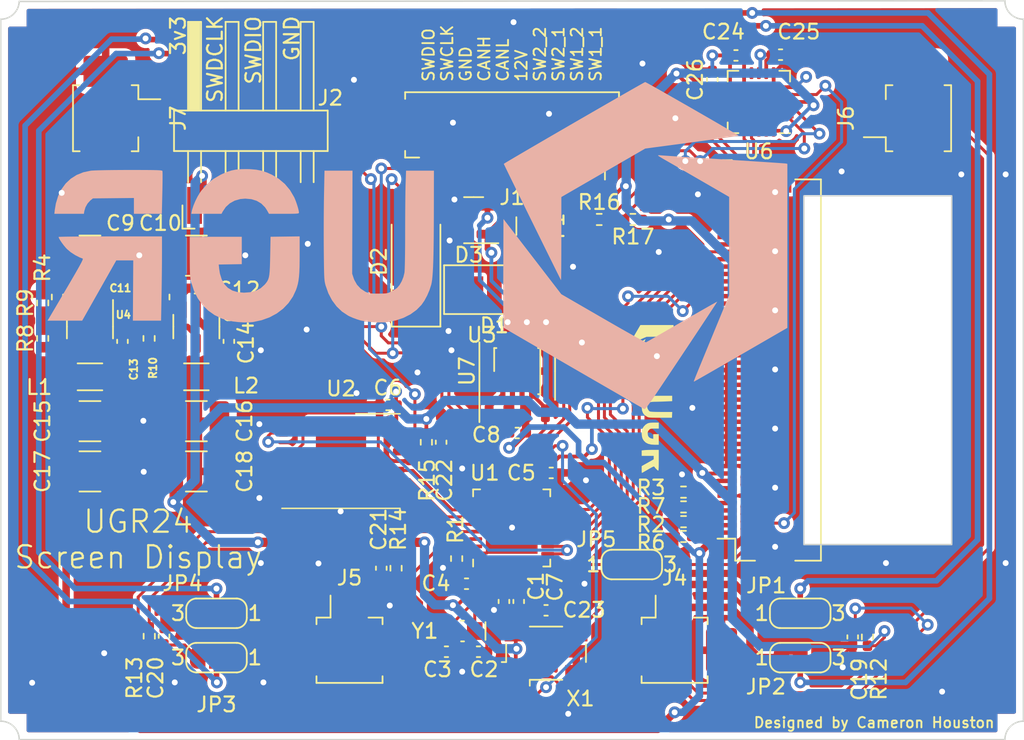
<source format=kicad_pcb>
(kicad_pcb (version 20221018) (generator pcbnew)
  (layers (0 "F.Cu" signal) (31 "B.Cu" signal) (34 "B.Paste" user) (35 "F.Paste" user) (36 "B.SilkS" user "B.Silkscreen") (37 "F.SilkS" user "F.Silkscreen") (38 "B.Mask" user) (39 "F.Mask" user) (44 "Edge.Cuts" user))
  (net 0 "")
  (net 1 "Net-(C1-Pad1)")
  (net 2 "GND")
  (net 3 "Net-(C2-Pad1)")
  (net 4 "Net-(C3-Pad1)")
  (net 5 "+3V3")
  (net 6 "+5V")
  (net 7 "12V Protected")
  (net 8 "Net-(C13-Pad1)")
  (net 9 "Net-(C13-Pad2)")
  (net 10 "Net-(C14-Pad1)")
  (net 11 "Net-(C14-Pad2)")
  (net 12 "Net-(D1-Pad2)")
  (net 13 "Net-(F1-Pad1)")
  (net 14 "MCU_RX")
  (net 15 "Net-(J3-Pad3)")
  (net 16 "Net-(J3-Pad2)")
  (net 17 "Net-(J3-Pad5)")
  (net 18 "LCD_CS")
  (net 19 "LCD_SCL")
  (net 20 "LCD_RST")
  (net 21 "LCD_MISO")
  (net 22 "LCD_MOSI")
  (net 23 "Net-(J3-Pad4)")
  (net 24 "LCD_YD")
  (net 25 "LCD_XR")
  (net 26 "LCD_YU")
  (net 27 "Net-(R1-Pad2)")
  (net 28 "Net-(R4-Pad2)")
  (net 29 "Net-(R5-Pad2)")
  (net 30 "Net-(R8-Pad2)")
  (net 31 "Net-(R10-Pad2)")
  (net 32 "MCU_TX")
  (net 33 "FLASH_CS")
  (net 34 "LCD_DC")
  (net 35 "I2C1_SCL")
  (net 36 "I2C1_SDA")
  (net 37 "CAN1_RX")
  (net 38 "CAN1_TX")
  (net 39 "SWDIO")
  (net 40 "SWCLK")
  (net 41 "FLASH_SCK")
  (net 42 "FLASH_MISO")
  (net 43 "FLASH_MOSI")
  (net 45 "CANL")
  (net 46 "CANH")
  (net 47 "Net-(J4-Pad1)")
  (net 48 "SWITCH_1")
  (net 49 "SWITCH_2")
  (net 50 "SWITCH_3")
  (net 51 "LCD_XL")
  (net 52 "Net-(J4-Pad2)")
  (net 56 "SW1_1")
  (net 57 "SW1_2")
  (net 58 "SW2_1")
  (net 59 "SW2_2")
  (net 60 "Net-(J5-Pad1)")
  (net 61 "TS_IRQ")
  (net 62 "Net-(J5-Pad2)")
  (net 63 "Net-(JP5-Pad1)")
  (net 64 "Net-(JP5-Pad2)")
  (footprint "Resistor_SMD:R_0402_1005Metric_Pad0.72x0.64mm_HandSolder" (layer "F.Cu") (at 90.7375 137.3 -90)
    (fp_text reference "R5")
    (fp_text value "10k")
  )
  (footprint "Capacitor_SMD:C_0402_1005Metric_Pad0.74x0.62mm_HandSolder" (layer "F.Cu") (at 105.9 144.6)
    (fp_text reference "C6")
    (fp_text value "0.1u")
  )
  (footprint "Oscillator:Oscillator_SMD_Fordahl_DFAS15-4Pin_5.0x3.2mm" (layer "F.Cu") (at 116.6 161.4)
    (fp_text reference "X1")
    (fp_text value "8MHz")
  )
  (footprint "Capacitor_SMD:C_0402_1005Metric_Pad0.74x0.62mm_HandSolder" (layer "F.Cu") (at 105.45 155.65 90)
    (fp_text reference "C21")
    (fp_text value "10n")
  )
  (footprint "Resistor_SMD:R_0402_1005Metric_Pad0.72x0.64mm_HandSolder" (layer "F.Cu") (at 110.55 154.9975 90)
    (fp_text reference "R1")
    (fp_text value "10k")
  )
  (footprint "Capacitor_SMD:C_0402_1005Metric_Pad0.74x0.62mm_HandSolder" (layer "F.Cu") (at 113.75 157.9 -90)
    (fp_text reference "C1")
    (fp_text value "0.1u")
  )
  (footprint "Resistor_SMD:R_0402_1005Metric_Pad0.72x0.64mm_HandSolder" (layer "F.Cu") (at 138.35 160.3 -90)
    (fp_text reference "R12")
    (fp_text value "1K")
  )
  (footprint "Connector_Harwin:Harwin_M20-89004xx_1x04_P2.54mm_Horizontal" (layer "F.Cu") (at 96.625 125.575 90)
    (fp_text reference "J2")
    (fp_text value "SWD")
  )
  (footprint "Resistor_SMD:R_0402_1005Metric_Pad0.72x0.64mm_HandSolder" (layer "F.Cu") (at 125.9 153.5 180)
    (fp_text reference "R6")
    (fp_text value "100")
  )
  (footprint "Package_DFN_QFN:UFQFPN-32-1EP_5x5mm_P0.5mm_EP3.5x3.5mm" (layer "F.Cu") (at 114.275 152.925 90)
    (fp_text reference "U1")
    (fp_text value "STM32L432K")
  )
  (footprint "Capacitor_SMD:C_0402_1005Metric_Pad0.74x0.62mm_HandSolder" (layer "F.Cu") (at 112.025 161.3 180)
    (fp_text reference "C2")
    (fp_text value "19pF")
  )
  (footprint "Connector_Molex:Molex_PicoBlade_53261-1071_1x10-1MP_P1.25mm_Horizontal" (layer "F.Cu") (at 114.3 126.15 180)
    (fp_text reference "J1")
    (fp_text value "Conn_01x08_Male")
  )
  (footprint "Resistor_SMD:R_0402_1005Metric_Pad0.72x0.64mm_HandSolder" (layer "F.Cu") (at 89.7375 140.1 90)
    (fp_text reference "R10")
    (fp_text value "29.4k")
  )
  (footprint "Capacitor_SMD:C_0402_1005Metric_Pad0.74x0.62mm_HandSolder" (layer "F.Cu") (at 109.8575 161.3)
    (fp_text reference "C3")
    (fp_text value "19pF")
  )
  (footprint "Inductor_SMD:L_1206_3216Metric_Pad1.22x1.90mm_HandSolder" (layer "F.Cu") (at 92.9375 142.7 180)
    (fp_text reference "L2")
    (fp_text value "4.7u")
  )
  (footprint "Capacitor_SMD:C_0402_1005Metric_Pad0.74x0.62mm_HandSolder" (layer "F.Cu") (at 114.65 146.5)
    (fp_text reference "C8")
    (fp_text value "0.1u")
  )
  (footprint "Resistor_SMD:R_0402_1005Metric_Pad0.72x0.64mm_HandSolder" (layer "F.Cu") (at 82.5375 140.1 90)
    (fp_text reference "R8")
    (fp_text value "56.2k")
  )
  (footprint "Package_TO_SOT_SMD:SOT-23-6" (layer "F.Cu") (at 92.9375 139.3 -90)
    (fp_text reference "U5")
    (fp_text value "TPS562200")
  )
  (footprint "Fuse:Fuse_1206_3216Metric_Pad1.42x1.75mm_HandSolder" (layer "F.Cu") (at 115.5 132.5 -90)
    (fp_text reference "F1")
    (fp_text value "0.75A")
  )
  (footprint "Library:UGR_SILK_10mm" (layer "F.Cu") (at 124.102869 144.2 -90)
    (fp_text reference "G***" hide)
    (fp_text value "LOGO" hide)
  )
  (footprint "Capacitor_SMD:C_1210_3225Metric_Pad1.33x2.70mm_HandSolder" (layer "F.Cu") (at 92.9375 145.7)
    (fp_text reference "C16")
    (fp_text value "22u")
  )
  (footprint "Capacitor_SMD:C_0402_1005Metric_Pad0.74x0.62mm_HandSolder" (layer "F.Cu") (at 129.45 120.95)
    (fp_text reference "C24")
    (fp_text value "0.1u")
  )
  (footprint "Package_SO:SOIC-8_3.9x4.9mm_P1.27mm" (layer "F.Cu") (at 114.65 142.3125 90)
    (fp_text reference "U7")
    (fp_text value "MCP2562-E-SN")
  )
  (footprint "Package_TO_SOT_SMD:SOT-23" (layer "F.Cu") (at 111.7 132.1 180)
    (fp_text reference "D3")
    (fp_text value "CAN_TVS")
  )
  (footprint "Resistor_SMD:R_0402_1005Metric_Pad0.72x0.64mm_HandSolder" (layer "F.Cu") (at 125.9 150.5)
    (fp_text reference "R3")
    (fp_text value "100")
  )
  (footprint "Capacitor_SMD:C_0402_1005Metric_Pad0.74x0.62mm_HandSolder" (layer "F.Cu") (at 127.85 122.5825 90)
    (fp_text reference "C26")
    (fp_text value "0.1u")
  )
  (footprint "Resistor_SMD:R_0402_1005Metric_Pad0.72x0.64mm_HandSolder" (layer "F.Cu") (at 83.5375 137.3 -90)
    (fp_text reference "R4")
    (fp_text value "10k")
  )
  (footprint "Capacitor_SMD:C_0402_1005Metric_Pad0.74x0.62mm_HandSolder" (layer "F.Cu") (at 87.9375 140.3 -90)
    (fp_text reference "C13")
    (fp_text value "0.1u")
  )
  (footprint "Connector_Molex:Molex_PicoBlade_53261-0271_1x02-1MP_P1.25mm_Horizontal" (layer "F.Cu") (at 103.3 160.7)
    (fp_text reference "J5")
    (fp_text value "SW2")
  )
  (footprint "Capacitor_SMD:C_0402_1005Metric_Pad0.74x0.62mm_HandSolder" (layer "F.Cu") (at 95.1375 140.3 -90)
    (fp_text reference "C14")
    (fp_text value "0.1u")
  )
  (footprint "Capacitor_SMD:C_1210_3225Metric_Pad1.33x2.70mm_HandSolder" (layer "F.Cu") (at 85.7375 149.1)
    (fp_text reference "C17")
    (fp_text value "22u")
  )
  (footprint "Inductor_SMD:L_1206_3216Metric_Pad1.22x1.90mm_HandSolder" (layer "F.Cu") (at 85.7375 142.7 180)
    (fp_text reference "L1")
    (fp_text value "4.7u")
  )
  (footprint "Connector_Molex:Molex_PicoBlade_53261-0271_1x02-1MP_P1.25mm_Horizontal" (layer "F.Cu") (at 141.3 125.2 90)
    (fp_text reference "J6")
    (fp_text value "SW3")
  )
  (footprint "Capacitor_SMD:C_0402_1005Metric_Pad0.74x0.62mm_HandSolder" (layer "F.Cu") (at 92.9375 136.7)
    (fp_text reference "C12")
    (fp_text value "0.1u")
  )
  (footprint "Jumper:SolderJumper-3_P1.3mm_Bridged2Bar12_RoundedPad1.0x1.5mm_NumberLabels" (layer "F.Cu") (at 94.3 158.7 180)
    (fp_text reference "JP4")
    (fp_text value "JMP_SW1_2")
  )
  (footprint "Crystal:Crystal_SMD_MicroCrystal_CM9V-T1A-2Pin_1.6x1.0mm_HandSoldering" (layer "F.Cu") (at 110.95 159.9 180)
    (fp_text reference "Y1")
    (fp_text value "32.768KHz")
  )
  (footprint "Capacitor_SMD:C_0402_1005Metric_Pad0.74x0.62mm_HandSolder" (layer "F.Cu") (at 85.705 136.7)
    (fp_text reference "C11")
    (fp_text value "0.1u")
  )
  (footprint "Capacitor_SMD:C_0402_1005Metric_Pad0.74x0.62mm_HandSolder" (layer "F.Cu") (at 137.35 160.3 -90)
    (fp_text reference "C19")
    (fp_text value "10n")
  )
  (footprint "Capacitor_SMD:C_1210_3225Metric_Pad1.33x2.70mm_HandSolder" (layer "F.Cu") (at 92.9375 149.1)
    (fp_text reference "C18")
    (fp_text value "22u")
  )
  (footprint "Library:UGR_Soldermask_10mm" (layer "F.Cu") (at 124.115103 144.198422 -90)
    (fp_text reference "G***" hide)
    (fp_text value "LOGO" hide)
  )
  (footprint "Jumper:SolderJumper-3_P1.3mm_Bridged2Bar12_RoundedPad1.0x1.5mm_NumberLabels" (layer "F.Cu") (at 122.4 155.4)
    (fp_text reference "JP5")
    (fp_text value "JMP_SW1_1")
  )
  (footprint "Resistor_SMD:R_0402_1005Metric_Pad0.72x0.64mm_HandSolder" (layer "F.Cu") (at 108.5 147.125 90)
    (fp_text reference "R15")
    (fp_text value "1K")
  )
  (footprint "Jumper:SolderJumper-3_P1.3mm_Bridged2Bar12_RoundedPad1.0x1.5mm_NumberLabels" (layer "F.Cu") (at 94.3 161.7 180)
    (fp_text reference "JP3")
    (fp_text value "JMP_SW1_1")
  )
  (footprint "Diode_SMD:D_SMA_Handsoldering" (layer "F.Cu") (at 107.8 134.9 90)
    (fp_text reference "D2")
    (fp_text value "15V")
  )
  (footprint "Package_TO_SOT_SMD:SOT-23-6" (layer "F.Cu") (at 85.7375 139.3 -90)
    (fp_text reference "U4")
    (fp_text value "TPS562200")
  )
  (footprint "Library:WSON-8-1EP_8x6mm_P1.27mm_EP3.4x4.3mm" (layer "F.Cu") (at 102.725 148.4)
    (fp_text reference "U2")
    (fp_text value "S25FL128S")
  )
  (footprint "Capacitor_SMD:C_0402_1005Metric_Pad0.74x0.62mm_HandSolder" (layer "F.Cu") (at 90.75 160.25 90)
    (fp_text reference "C20")
    (fp_text value "10n")
  )
  (footprint "Capacitor_SMD:C_1210_3225Metric_Pad1.33x2.70mm_HandSolder" (layer "F.Cu") (at 85.7375 134.5)
    (fp_text reference "C9")
    (fp_text value "15u")
  )
  (footprint "Capacitor_SMD:C_0402_1005Metric_Pad0.74x0.62mm_HandSolder" (layer "F.Cu") (at 109.5 147.125 90)
    (fp_text reference "C22")
    (fp_text value "10n")
  )
  (footprint "Capacitor_SMD:C_0402_1005Metric_Pad0.74x0.62mm_HandSolder" (layer "F.Cu") (at 116.6 158.5 180)
    (fp_text reference "C23")
    (fp_text value "0.1u")
  )
  (footprint "Resistor_SMD:R_0402_1005Metric_Pad0.72x0.64mm_HandSolder" (layer "F.Cu") (at 89.75 160.25 90)
    (fp_text reference "R13")
    (fp_text value "1K")
  )
  (footprint "Diode_SMD:D_SMA" (layer "F.Cu") (at 113.1 136.8)
    (fp_text reference "D1")
    (fp_text value "SS24A")
  )
  (footprint "Resistor_SMD:R_0402_1005Metric_Pad0.72x0.64mm_HandSolder" (layer "F.Cu") (at 122.4775 132.05 180)
    (fp_text reference "R17")
    (fp_text value "1.2k")
  )
  (footprint "Connector_FFC-FPC:Hirose_FH12-45S-0.5SH_1x45-1MP_P0.50mm_Horizontal" (layer "F.Cu") (at 130.7 142.24 90)
    (fp_text reference "J3")
    (fp_text value "DT028ATFT")
  )
  (footprint "Package_DFN_QFN:DFN-8-1EP_3x3mm_P0.65mm_EP1.55x2.4mm" (layer "F.Cu") (at 114.65 142.3125 90)
    (fp_text reference "U3")
    (fp_text value "MCP2562-E-MF")
  )
  (footprint "Capacitor_SMD:C_0402_1005Metric_Pad0.74x0.62mm_HandSolder" (layer "F.Cu") (at 111.2175 156.7 180)
    (fp_text reference "C4")
    (fp_text value "0.1u")
  )
  (footprint "Resistor_SMD:R_0402_1005Metric_Pad0.72x0.64mm_HandSolder" (layer "F.Cu") (at 120.1975 132.05)
    (fp_text reference "R16")
    (fp_text value "1.2k")
  )
  (footprint "Resistor_SMD:R_0402_1005Metric_Pad0.72x0.64mm_HandSolder" (layer "F.Cu") (at 106.45 155.65 90)
    (fp_text reference "R14")
    (fp_text value "1K")
  )
  (footprint "Capacitor_SMD:C_0402_1005Metric_Pad0.74x0.62mm_HandSolder" (layer "F.Cu") (at 116.95 149.2)
    (fp_text reference "C5")
    (fp_text value "0.1u")
  )
  (footprint "Resistor_SMD:R_0402_1005Metric_Pad0.72x0.64mm_HandSolder" (layer "F.Cu") (at 82.5375 137.7 90)
    (fp_text reference "R9")
    (fp_text value "10k")
  )
  (footprint "Package_DFN_QFN:QFN-20-1EP_4x4mm_P0.5mm_EP2.7x2.7mm" (layer "F.Cu") (at 131 124.1 180)
    (fp_text reference "U6")
    (fp_text value "TSC2004IRTJ")
  )
  (footprint "Resistor_SMD:R_0402_1005Metric_Pad0.72x0.64mm_HandSolder" (layer "F.Cu") (at 125.9025 151.5 180)
    (fp_text reference "R7")
    (fp_text value "100")
  )
  (footprint "Resistor_SMD:R_0402_1005Metric_Pad0.72x0.64mm_HandSolder" (layer "F.Cu") (at 89.7375 137.7 90)
    (fp_text reference "R11")
    (fp_text value "10k")
  )
  (footprint "Connector_Molex:Molex_PicoBlade_53261-0271_1x02-1MP_P1.25mm_Horizontal" (layer "F.Cu") (at 125.3 160.7)
    (fp_text reference "J4")
    (fp_text value "SW1")
  )
  (footprint "Jumper:SolderJumper-3_P1.3mm_Bridged2Bar12_RoundedPad1.0x1.5mm_NumberLabels" (layer "F.Cu") (at 133.8 161.7)
    (fp_text reference "JP2")
    (fp_text value "JMP_SW1_2")
  )
  (footprint "Resistor_SMD:R_0402_1005Metric_Pad0.72x0.64mm_HandSolder" (layer "F.Cu") (at 125.9025 152.5)
    (fp_text reference "R2")
    (fp_text value "100")
  )
  (footprint "Connector_Molex:Molex_PicoBlade_53261-0271_1x02-1MP_P1.25mm_Horizontal" (layer "F.Cu") (at 87.3 125.2 -90)
    (fp_text reference "J7")
    (fp_text value "SW4")
  )
  (footprint "Capacitor_SMD:C_1210_3225Metric_Pad1.33x2.70mm_HandSolder" (layer "F.Cu") (at 92.9375 134.5)
    (fp_text reference "C10")
    (fp_text value "15u")
  )
  (footprint "Jumper:SolderJumper-3_P1.3mm_Bridged2Bar12_RoundedPad1.0x1.5mm_NumberLabels" (layer "F.Cu") (at 133.8 158.7)
    (fp_text reference "JP1")
    (fp_text value "JMP_SW1_1")
  )
  (footprint "Capacitor_SMD:C_0402_1005Metric_Pad0.74x0.62mm_HandSolder" (layer "F.Cu") (at 114.75 157.9 -90)
    (fp_text reference "C7")
    (fp_text value "0.1u")
  )
  (footprint "Capacitor_SMD:C_1210_3225Metric_Pad1.33x2.70mm_HandSolder" (layer "F.Cu") (at 85.7375 145.7)
    (fp_text reference "C15")
    (fp_text value "22u")
  )
  (footprint "Capacitor_SMD:C_0402_1005Metric_Pad0.74x0.62mm_HandSolder" (layer "F.Cu") (at 132.4675 120.9)
    (fp_text reference "C25")
    (fp_text value "0.1u")
  )
  (footprint "Library:UGR_ALL_SILK_50mm" (layer "B.Cu") (at 107.9 133.8 180)
    (fp_text reference "G***" hide)
    (fp_text value "LOGO" hide)
  )
  (gr_line (start 79.7 118.500999) (end 79.7 166) (stroke (width 0.1)) (layer "Edge.Cuts"))
  (gr_line (start 147.65 117.25) (end 80.949999 117.3) (stroke (width 0.1)) (layer "Edge.Cuts"))
  (gr_arc (start 148.9 118.5) (mid 148.016117 118.133883) (end 147.65 117.25) (stroke (width 0.1)) (layer "Edge.Cuts"))
  (gr_arc (start 147.65 167.25) (mid 148.016117 166.366117) (end 148.9 166) (stroke (width 0.1)) (layer "Edge.Cuts"))
  (gr_line (start 148.9 166) (end 148.9 118.5) (stroke (width 0.1)) (layer "Edge.Cuts"))
  (gr_arc (start 79.7 166) (mid 80.583883 166.366117) (end 80.95 167.25) (stroke (width 0.1)) (layer "Edge.Cuts"))
  (gr_line (start 80.95 167.25) (end 147.65 167.25) (stroke (width 0.1)) (layer "Edge.Cuts"))
  (gr_arc (start 80.949999 117.3) (mid 80.566732 118.152094) (end 79.7 118.500999) (stroke (width 0.1)) (layer "Edge.Cuts"))
  (gr_rect (start 134.05 130.45) (end 144.05 154.05) (stroke (width 0.1)) (fill none) (layer "Edge.Cuts"))
  (gr_text "GND\n" (at 99.4 119.8 90) (layer "F.SilkS") (effects (font (size 1 1))))
  (gr_text "SWDIO" (at 96.8 120.6 90) (layer "F.SilkS") (effects (font (size 1 1))))
  (gr_text "SWDCLK" (at 94.2 121.2 90) (layer "F.SilkS") (effects (font (size 1 1))))
  (gr_text "Designed by Cameron Houston" (at 138.8 166.1) (layer "F.SilkS") (effects (font (size 0.7 0.7) (thickness 0.125))))
  (gr_text "SWDIO\nSWCLK\nGND\nCANH\nCANL\n12V\nSW2_2\nSW2_1\nSW1_2\nSW1_1" (at 114.3 122.8 90) (layer "F.SilkS") (effects (font (size 0.78 0.78) (thickness 0.125)) (justify left)))
  (gr_text "UGR24\nScreen Display" (at 89 153.7) (layer "F.SilkS") (effects (font (size 1.5 1.5))))
  (gr_text "3v3" (at 91.7 119.6 90) (layer "F.SilkS") (effects (font (size 1 1))))
  (segment (start 114.025 155.3625) (end 114.025 156.125) (width 0.2) (layer "F.Cu") (net 1))
  (segment (start 113.75 156.4) (end 113.75 157.3325) (width 0.2) (layer "F.Cu") (net 1))
  (segment (start 114.025 156.125) (end 113.75 156.4) (width 0.2) (layer "F.Cu") (net 1))
  (segment (start 130.365 133.24) (end 130.525 133.4) (width 0.2032) (layer "F.Cu") (net 2))
  (segment (start 111.88862 154.62388) (end 112.57612 154.62388) (width 0.2032) (layer "F.Cu") (net 2))
  (segment (start 128.85 137.74) (end 130.215 137.74) (width 0.254) (layer "F.Cu") (net 2))
  (segment (start 87.3 134.5) (end 87.3 135.6725) (width 0.508) (layer "F.Cu") (net 2))
  (segment (start 93 158.7) (end 92.0175 159.6825) (width 0.2032) (layer "F.Cu") (net 2))
  (segment (start 128.85 148.74) (end 130.215 148.74) (width 0.2032) (layer "F.Cu") (net 2))
  (segment (start 130.225 148.75) (end 130.65 148.75) (width 0.254) (layer "F.Cu") (net 2))
  (segment (start 94.5 134.5) (end 94.5 135.705) (width 0.508) (layer "F.Cu") (net 2))
  (segment (start 110.7625 132.1) (end 108.1 132.1) (width 0.508) (layer "F.Cu") (net 2))
  (segment (start 132.475 121.675) (end 132.675 121.675) (width 0.254) (layer "F.Cu") (net 2))
  (segment (start 130 120.9675) (end 130.0175 120.95) (width 0.254) (layer "F.Cu") (net 2))
  (segment (start 128.85 135.74) (end 130.19 135.74) (width 0.2032) (layer "F.Cu") (net 2))
  (segment (start 130 122.15) (end 130 123.1) (width 0.254) (layer "F.Cu") (net 2))
  (segment (start 112.745 139.4625) (end 112.745 139.8325) (width 0.254) (layer "F.Cu") (net 2))
  (segment (start 111.8375 154.675) (end 111.88862 154.62388) (width 0.2032) (layer "F.Cu") (net 2))
  (segment (start 132 122.15) (end 132 123.1) (width 0.254) (layer "F.Cu") (net 2))
  (segment (start 112.745 139.8325) (end 113.675 140.7625) (width 0.254) (layer "F.Cu") (net 2))
  (segment (start 130.215 137.74) (end 131.64 137.74) (width 0.254) (layer "F.Cu") (net 2))
  (segment (start 86.6875 138.1625) (end 86.6875 137.115) (width 0.508) (layer "F.Cu") (net 2))
  (segment (start 93.8875 137.0825) (end 93.505 136.7) (width 0.508) (layer "F.Cu") (net 2))
  (segment (start 113.675 140.7625) (end 113.675 141.3375) (width 0.254) (layer "F.Cu") (net 2))
  (segment (start 133.035 121.315) (end 133.035 120.9) (width 0.254) (layer "F.Cu") (net 2))
  (segment (start 110.65 156.7) (end 110.65 155.695) (width 0.254) (layer "F.Cu") (net 2))
  (segment (start 111.175 131.6875) (end 110.7625 132.1) (width 0.508) (layer "F.Cu") (net 2))
  (segment (start 130.19 135.74) (end 130.2 135.75) (width 0.2032) (layer "F.Cu") (net 2))
  (segment (start 135.1 161.7) (end 136.5175 161.7) (width 0.2032) (layer "F.Cu") (net 2))
  (segment (start 111.47 154.675) (end 110.55 155.595) (width 0.254) (layer "F.Cu") (net 2))
  (segment (start 115.97388 151.22612) (end 114.3 152.9) (width 0.2032) (layer "F.Cu") (net 2))
  (segment (start 113.7825 158.5) (end 113.75 158.4675) (width 0.254) (layer "F.Cu") (net 2))
  (segment (start 114.325 144.8525) (end 114.015 145.1625) (width 0.254) (layer "F.Cu") (net 2))
  (segment (start 114.325 142.6375) (end 114.65 142.3125) (width 0.254) (layer "F.Cu") (net 2))
  (segment (start 113.675 141.3375) (end 114.65 142.3125) (width 0.254) (layer "F.Cu") (net 2))
  (segment (start 130 122.15) (end 130 120.9675) (width 0.254) (layer "F.Cu") (net 2))
  (segment (start 114.325 143.8625) (end 114.325 144.8525) (width 0.254) (layer "F.Cu") (net 2))
  (segment (start 87.3 135.6725) (end 86.2725 136.7) (width 0.508) (layer "F.Cu") (net 2))
  (segment (start 116.7125 150.005) (end 117.5175 149.2) (width 0.254) (layer "F.Cu") (net 2))
  (segment (start 132.675 121.675) (end 133.035 121.315) (width 0.254) (layer "F.Cu") (net 2))
  (segment (start 128.85 150.74) (end 128.86 150.75) (width 0.2032) (layer "F.Cu") (net 2))
  (segment (start 128.86 150.75) (end 130.15 150.75) (width 0.2032) (layer "F.Cu") (net 2))
  (segment (start 114.0825 145.23) (end 114.015 145.1625) (width 0.508) (layer "F.Cu") (net 2))
  (segment (start 130.15 150.75) (end 130.2 150.7) (width 0.2032) (layer "F.Cu") (net 2))
  (segment (start 116.7125 151.175) (end 116.7125 150.005) (width 0.254) (layer "F.Cu") (net 2))
  (segment (start 116.66138 151.22612) (end 115.97388 151.22612) (width 0.2032) (layer "F.Cu") (net 2))
  (segment (start 92.0175 159.6825) (end 90.75 159.6825) (width 0.2032) (layer "F.Cu") (net 2))
  (segment (start 86.6875 137.115) (end 86.2725 136.7) (width 0.508) (layer "F.Cu") (net 2))
  (segment (start 108.1 132.1) (end 107.8 132.4) (width 0.508) (layer "F.Cu") (net 2))
  (segment (start 130 125.1) (end 131 124.1) (width 0.254) (layer "F.Cu") (net 2))
  (segment (start 132 122.15) (end 132.475 121.675) (width 0.254) (layer "F.Cu") (net 2))
  (segment (start 93.8875 138.1625) (end 93.8875 137.0825) (width 0.508) (layer "F.Cu") (net 2))
  (segment (start 114.0825 146.5) (end 114.0825 145.23) (width 0.508) (layer "F.Cu") (net 2))
  (segment (start 130.65 148.75) (end 132.1 150.2) (width 0.254) (layer "F.Cu") (net 2))
  (segment (start 131.64 137.74) (end 132.1 138.2) (width 0.254) (layer "F.Cu") (net 2))
  (segment (start 110.65 155.695) (end 110.55 155.595) (width 0.254) (layer "F.Cu") (net 2))
  (segment (start 110.425 161.3) (end 111.4575 161.3) (width 0.2) (layer "F.Cu") (net 2))
  (segment (start 136.5175 161.7) (end 137.35 160.8675) (width 0.2032) (layer "F.Cu") (net 2))
  (segment (start 111.8375 154.675) (end 111.47 154.675) (width 0.254) (layer "F.Cu") (net 2))
  (segment (start 114.325 143.8625) (end 114.325 142.6375) (width 0.254) (layer "F.Cu") (net 2))
  (segment (start 116.0325 158.5) (end 113.7825 158.5) (width 0.254) (layer "F.Cu") (net 2))
  (segment (start 116.7125 151.175) (end 116.66138 151.22612) (width 0.2032) (layer "F.Cu") (net 2))
  (segment (start 112.57612 154.62388) (end 114.275 152.925) (width 0.2032) (layer "F.Cu") (net 2))
  (segment (start 114.3 152.9) (end 114.275 152.925) (width 0.2032) (layer "F.Cu") (net 2))
  (segment (start 130 123.1) (end 131 124.1) (width 0.254) (layer "F.Cu") (net 2))
  (segment (start 94.5 135.705) (end 93.505 136.7) (width 0.508) (layer "F.Cu") (net 2))
  (segment (start 131 126.05) (end 131 124.1) (width 0.254) (layer "F.Cu") (net 2))
  (segment (start 128.85 133.24) (end 130.365 133.24) (width 0.2032) (layer "F.Cu") (net 2))
  (segment (start 130.215 148.74) (end 130.225 148.75) (width 0.2032) (layer "F.Cu") (net 2))
  (segment (start 129.05 125.1) (end 130 125.1) (width 0.254) (layer "F.Cu") (net 2))
  (segment (start 132 123.1) (end 131 124.1) (width 0.254) (layer "F.Cu") (net 2))
  (segment (start 111.175 128.6) (end 111.175 131.6875) (width 0.508) (layer "F.Cu") (net 2))
  (via (at 126.5 144.8) (size 0.8) (drill 0.4) (layers "F.Cu" "B.Cu") (net 2))
  (via (at 110.3 125.5) (size 0.8) (drill 0.4) (layers "F.Cu" "B.Cu") (net 2))
  (via (at 147.7 129) (size 0.8) (drill 0.4) (layers "F.Cu" "B.Cu") (net 2))
  (via (at 114.3 152.9) (size 0.8) (drill 0.4) (layers "F.Cu" "B.Cu") (net 2))
  (via (at 126.875 130.35) (size 0.8) (drill 0.4) (layers "F.Cu" "B.Cu") (net 2))
  (via (at 103.775 143.8) (size 0.8) (drill 0.4) (layers "F.Cu" "B.Cu") (net 2))
  (via (at 132.1 146.2) (size 0.8) (drill 0.4) (layers "F.Cu" "B.Cu") (net 2))
  (via (at 110.2 140.9) (size 0.8) (drill 0.4) (layers "F.Cu" "B.Cu") (net 2))
  (via (at 97.2 145.9) (size 0.8) (drill 0.4) (layers "F.Cu" "B.Cu") (net 2))
  (via (at 110.075 133.475) (size 0.8) (drill 0.4) (layers "F.Cu" "B.Cu") (net 2))
  (via (at 97.3 140.9) (size 0.8) (drill 0.4) (layers "F.Cu" "B.Cu") (net 2))
  (via (at 106.025 158.175) (size 0.8) (drill 0.4) (layers "F.Cu" "B.Cu") (net 2))
  (via (at 116.8 124.9) (size 0.8) (drill 0.4) (layers "F.Cu" "B.Cu") (net 2))
  (via (at 139.6 155.3) (size 0.8) (drill 0.4) (layers "F.Cu" "B.Cu") (net 2))
  (via (at 118.425 135.25) (size 0.8) (drill 0.4) (layers "F.Cu" "B.Cu") (net 2))
  (via (at 144.7 129) (size 0.8) (drill 0.4) (layers "F.Cu" "B.Cu") (net 2))
  (via (at 123.125 121.5) (size 0.8) (drill 0.4) (layers "F.Cu" "B.Cu") (net 2))
  (via (at 107.9 142.4) (size 0.8) (drill 0.4) (layers "F.Cu" "B.Cu") (net 2))
  (via (at 113.075 158.475) (size 0.8) (drill 0.4) (layers "F.Cu" "B.Cu") (net 2))
  (via (at 86.7 161.4) (size 0.8) (drill 0.4) (layers "F.Cu" "B.Cu") (net 2))
  (via (at 110 139.6) (size 0.8) (drill 0.4) (layers "F.Cu" "B.Cu") (net 2))
  (via (at 119.2 156.7) (size 0.8) (drill 0.4) (layers "F.Cu" "B.Cu") (net 2))
  (via (at 91.475 163.375) (size 0.8) (drill 0.4) (layers "F.Cu" "B.Cu") (net 2))
  (via (at 110.925 148.9) (size 0.8) (drill 0.4) (layers "F.Cu" "B.Cu") (net 2))
  (via (at 119.3 149.7) (size 0.8) (drill 0.4) (layers "F.Cu" "B.Cu") (net 2))
  (via (at 110.4 130.7) (size 0.8) (drill 0.4) (layers "F.Cu" "B.Cu") (net 2))
  (via (at 109.625 155.625) (size 0.8) (drill 0.4) (layers "F.Cu" "B.Cu") (net 2))
  (via (at 100.4 139.5) (size 0.8) (drill 0.4) (layers "F.Cu" "B.Cu") (net 2))
  (via (at 110.925 162.65) (size 0.8) (drill 0.4) (layers "F.Cu" "B.Cu") (net 2))
  (via (at 125.35 125.2) (size 0.8) (drill 0.4) (layers "F.Cu" "B.Cu") (net 2))
  (via (at 102.7 151.8) (size 0.8) (drill 0.4) (layers "F.Cu" "B.Cu") (net 2))
  (via (at 119.025 140.375) (size 0.8) (drill 0.4) (layers "F.Cu" "B.Cu") (net 2))
  (via (at 100.475 133.7) (size 0.8) (drill 0.4) (layers "F.Cu" "B.Cu") (net 2))
  (via (at 125.8 149.3) (size 0.8) (drill 0.4) (layers "F.Cu" "B.Cu") (net 2))
  (via (at 97.475 163.375) (size 0.8) (drill 0.4) (layers "F.Cu" "B.Cu") (net 2))
  (via (at 118.1 165.5) (size 0.8) (drill 0.4) (layers "F.Cu" "B.Cu") (net 2))
  (via (at 132.1 130.2) (size 0.8) (drill 0.4) (layers "F.Cu" "B.Cu") (net 2))
  (via (at 97.3 155.3) (size 0.8) (drill 0.4) (layers "F.Cu" "B.Cu") (net 2))
  (via (at 97.2 150.9) (size 0.8) (drill 0.4) (layers "F.Cu" "B.Cu") (net 2))
  (via (at 136.6 128.8) (size 0.8) (drill 0.4) (layers "F.Cu" "B.Cu") (net 2))
  (via (at 89.375 149.125) (size 0.8) (drill 0.4) (layers "F.Cu" "B.Cu") (net 2))
  (via (at 89.35 145.675) (size 0.8) (drill 0.4) (layers "F.Cu" "B.Cu") (net 2))
  (via (at 101.2 155.325) (size 0.8) (drill 0.4) (layers "F.Cu" "B.Cu") (net 2))
  (via (at 132.1 138.2) (size 0.8) (drill 0.4) (layers "F.Cu" "B.Cu") (net 2))
  (via (at 114.4 118.7) (size 0.8) (drill 0.4) (layers "F.Cu" "B.Cu") (net 2))
  (via (at 147.7 155.3) (size 0.8) (drill 0.4) (layers "F.Cu" "B.Cu") (net 2))
  (via (at 124.1 141.3) (size 0.8) (drill 0.4) (layers "F.Cu" "B.Cu") (net 2))
  (via (at 136.675 162.35) (size 0.8) (drill 0.4) (layers "F.Cu" "B.Cu") (net 2))
  (via (at 143.4 164) (size 0.8) (drill 0.4) (layers "F.Cu" "B.Cu") (net 2))
  (via (at 81.825 163.4) (size 0.8) (drill 0.4) (layers "F.Cu" "B.Cu") (net 2))
  (via (at 89.075 134.475) (size 0.8) (drill 0.4) (layers "F.Cu" "B.Cu") (net 2))
  (via (at 132.1 150.2) (size 0.8) (drill 0.4) (layers "F.Cu" "B.Cu") (net 2))
  (via (at 124.225 134.25) (size 0.8) (drill 0.4) (layers "F.Cu" "B.Cu") (net 2))
  (via (at 96.25 134.475) (size 0.8) (drill 0.4) (layers "F.Cu" "B.Cu") (net 2))
  (via (at 103.6 122.6) (size 0.8) (drill 0.4) (layers "F.Cu" "B.Cu") (net 2))
  (via (at 132.1 142.2) (size 0.8) (drill 0.4) (layers "F.Cu" "B.Cu") (net 2))
  (via (at 132.1 154.2) (size 0.8) (drill 0.4) (layers "F.Cu" "B.Cu") (net 2))
  (via (at 83.825 130.25) (size 0.8) (drill 0.4) (layers "F.Cu" "B.Cu") (net 2))
  (via (at 132.1 134.2) (size 0.8) (drill 0.4) (layers "F.Cu" "B.Cu") (net 2))
  (segment (start 112.95 156.465006) (end 112.95 157.3) (width 0.2) (layer "F.Cu") (net 3))
  (segment (start 113.525 155.3625) (end 113.525 155.890006) (width 0.2) (layer "F.Cu") (net 3))
  (segment (start 113.525 155.890006) (end 112.95 156.465006) (width 0.2) (layer "F.Cu") (net 3))
  (segment (start 112.95 157.3) (end 111.775 158.475) (width 0.2) (layer "F.Cu") (net 3))
  (segment (start 111.775 158.475) (end 111.775 159.9) (width 0.2) (layer "F.Cu") (net 3))
  (segment (start 112.5925 160.7175) (end 111.775 159.9) (width 0.2) (layer "F.Cu") (net 3))
  (segment (start 112.5925 161.3) (end 112.5925 160.7175) (width 0.2) (layer "F.Cu") (net 3))
  (segment (start 112.55 156.3) (end 112.55 157.1) (width 0.2) (layer "F.Cu") (net 4))
  (segment (start 109.29 160.735) (end 110.125 159.9) (width 0.2) (layer "F.Cu") (net 4))
  (segment (start 113.025 155.825) (end 112.55 156.3) (width 0.2) (layer "F.Cu") (net 4))
  (segment (start 110.125 159.525) (end 110.125 159.9) (width 0.2) (layer "F.Cu") (net 4))
  (segment (start 113.025 155.3625) (end 113.025 155.825) (width 0.2) (layer "F.Cu") (net 4))
  (segment (start 112.55 157.1) (end 110.125 159.525) (width 0.2) (layer "F.Cu") (net 4))
  (segment (start 109.29 161.3) (end 109.29 160.735) (width 0.2) (layer "F.Cu") (net 4))
  (segment (start 114.525 155.3625) (end 114.525 157.1075) (width 0.254) (layer "F.Cu") (net 5))
  (segment (start 138.9275 160.8975) (end 138.35 160.8975) (width 0.2032) (layer "F.Cu") (net 5))
  (segment (start 127.896978 133.74) (end 126.206978 132.05) (width 0.254) (layer "F.Cu") (net 5))
  (segment (start 116.025 149.5575) (end 116.3825 149.2) (width 0.254) (layer "F.Cu") (net 5))
  (segment (start 116.555 139.4625) (end 116.555 139.045) (width 0.254) (layer "F.Cu") (net 5))
  (segment (start 111.785 156.7) (end 111.785 156.965) (width 0.254) (layer "F.Cu") (net 5))
  (segment (start 131.5 122.15) (end 131.5 121.3) (width 0.254) (layer "F.Cu") (net 5))
  (segment (start 116.401873 149.2) (end 117.509388 148.092485) (width 0.254) (layer "F.Cu") (net 5))
  (segment (start 93.6 153.9) (end 89.75 157.75) (width 0.2032) (layer "F.Cu") (net 5))
  (segment (start 89.75 157.75) (end 89.75 159.6525) (width 0.2032) (layer "F.Cu") (net 5))
  (segment (start 116.555 139.8325) (end 115.625 140.7625) (width 0.254) (layer "F.Cu") (net 5))
  (segment (start 107.6025 153.9) (end 106.45 155.0525) (width 0.625) (layer "F.Cu") (net 5))
  (segment (start 126.4 123.15) (end 125.425 122.175) (width 0.254) (layer "F.Cu") (net 5))
  (segment (start 91.1375 141.1) (end 91.1375 148.8625) (width 0.508) (layer "F.Cu") (net 5))
  (segment (start 114.525 157.1075) (end 114.75 157.3325) (width 0.254) (layer "F.Cu") (net 5))
  (segment (start 91.375 149.1) (end 91.375 151.175) (width 0.508) (layer "F.Cu") (net 5))
  (segment (start 106.4675 146.3375) (end 106.625 146.495) (width 0.254) (layer "F.Cu") (net 5))
  (segment (start 127.85 123.15) (end 126.4 123.15) (width 0.254) (layer "F.Cu") (net 5))
  (segment (start 106.4675 144.6) (end 106.4675 146.3375) (width 0.254) (layer "F.Cu") (net 5))
  (segment (start 131.5 121.3) (end 131.9 120.9) (width 0.254) (layer "F.Cu") (net 5))
  (segment (start 127.215 149.24) (end 127.175 149.2) (width 0.254) (layer "F.Cu") (net 5))
  (segment (start 117.1675 158.5) (end 116.3675 157.7) (width 0.254) (layer "F.Cu") (net 5))
  (segment (start 93.325 129.1) (end 93.325 130.59) (width 0.625) (layer "F.Cu") (net 5))
  (segment (start 128.3 123.6) (end 127.85 123.15) (width 0.254) (layer "F.Cu") (net 5))
  (segment (start 128.85 149.24) (end 127.215 149.24) (width 0.254) (layer "F.Cu") (net 5))
  (segment (start 111.785 156.965) (end 110.6 158.15) (width 0.254) (layer "F.Cu") (net 5))
  (segment (start 117.175 159.375) (end 117.175 158.5075) (width 0.254) (layer "F.Cu") (net 5))
  (segment (start 132 126.05) (end 132.8261 126.05) (width 0.254) (layer "F.Cu") (net 5))
  (segment (start 93.325 130.59) (end 92.815 131.1) (width 0.625) (layer "F.Cu") (net 5))
  (segment (start 116.3825 149.2) (end 116.401873 149.2) (width 0.254) (layer "F.Cu") (net 5))
  (segment (start 139.5 160.325) (end 138.9275 160.8975) (width 0.2032) (layer "F.Cu") (net 5))
  (segment (start 134.475 124.1) (end 134.7 124.325) (width 0.254) (layer "F.Cu") (net 5))
  (segment (start 110.6 158.15) (end 110.3 158.15) (width 0.254) (layer "F.Cu") (net 5))
  (segment (start 112.525 155.3625) (end 112.525 155.425) (width 0.254) (layer "F.Cu") (net 5))
  (segment (start 124.9 132.05) (end 123.075 132.05) (width 0.254) (layer "F.Cu") (net 5))
  (segment (start 91.1375 148.8625) (end 91.375 149.1) (width 0.508) (layer "F.Cu") (net 5))
  (segment (start 133.5 123.1) (end 134.2 122.4) (width 0.2032) (layer "F.Cu") (net 5))
  (segment (start 108.375 153.9) (end 107.6025 153.9) (width 0.625) (layer "F.Cu") (net 5))
  (segment (start 111.785 156.165) (end 111.785 156.7) (width 0.254) (layer "F.Cu") (net 5))
  (segment (start 106.45 143.7) (end 106.45 144.5825) (width 0.254) (layer "F.Cu") (net 5))
  (segment (start 108.5 146.5275) (end 108.5 145.55) (width 0.254) (layer "F.Cu") (net 5))
  (segment (start 114.55 160) (end 116.55 160) (width 0.254) (layer "F.Cu") (net 5))
  (segment (start 89.7375 140.6975) (end 90.735 140.6975) (width 0.508) (layer "F.Cu") (net 5))
  (segment (start 121.85 129.8) (end 122 129.8) (width 0.254) (layer "F.Cu") (net 5))
  (segment (start 132.95 123.1) (end 133.475 123.1) (width 0.254) (layer "F.Cu") (net 5))
  (segment (start 107.6025 153.9) (end 97.1 153.9) (width 0.625) (layer "F.Cu") (net 5))
  (segment (start 112.525 155.425) (end 111.785 156.165) (width 0.254) (layer "F.Cu") (net 5))
  (segment (start 128.8825 120.95) (end 127.85 120.95) (width 0.254) (layer "F.Cu") (net 5))
  (segment (start 129.05 123.1) (end 129.05 121.1175) (width 0.254) (layer "F.Cu") (net 5))
  (segment (start 97.1 153.9) (end 93.6 153.9) (width 0.2032) (layer "F.Cu") (net 5))
  (segment (start 114.55 162.8) (end 114.55 160) (width 0.254) (layer "F.Cu") (net 5))
  (segment (start 116.555 139.045) (end 116.6 139) (width 0.254) (layer "F.Cu") (net 5))
  (segment (start 128.85 150.24) (end 128.215 150.24) (width 0.254) (layer "F.Cu") (net 5))
  (segment (start 115.1175 157.7) (end 114.75 157.3325) (width 0.254) (layer "F.Cu") (net 5))
  (segment (start 119.6 132.05) (end 121.85 129.8) (width 0.254) (layer "F.Cu") (net 5))
  (segment (start 132.8261 126.05) (end 132.85 126.0739) (width 0.254) (layer "F.Cu") (net 5))
  (segment (start 129.05 121.1175) (end 128.8825 120.95) (width 0.254) (layer "F.Cu") (net 5))
  (segment (start 116.55 160) (end 117.175 159.375) (width 0.254) (layer "F.Cu") (net 5))
  (segment (start 126.206978 132.05) (end 124.9 132.05) (width 0.254) (layer "F.Cu") (net 5))
  (segment (start 128.85 133.74) (end 127.896978 133.74) (width 0.254) (layer "F.Cu") (net 5))
  (segment (start 116.025 150.4875) (end 116.025 149.5575) (width 0.254) (layer "F.Cu") (net 5))
  (segment (start 117.175 158.5075) (end 117.1675 158.5) (width 0.254) (layer "F.Cu") (net 5))
  (segment (start 106.45 144.5825) (end 106.4675 144.6) (width 0.254) (layer "F.Cu") (net 5))
  (segment (start 139.5 159.9) (end 139.5 160.325) (width 0.2032) (layer "F.Cu") (net 5))
  (segment (start 90.735 140.6975) (end 91.1375 141.1) (width 0.508) (layer "F.Cu") (net 5))
  (segment (start 119.198015 148.092485) (end 119.7005 147.59) (width 0.254) (layer "F.Cu") (net 5))
  (segment (start 127.715 149.74) (end 127.175 149.2) (width 0.254) (layer "F.Cu") (net 5))
  (segment (start 116.3675 157.7) (end 115.1175 157.7) (width 0.254) (layer "F.Cu") (net 5))
  (segment (start 133.475 123.1) (end 133.5 123.1) (width 0.2032) (layer "F.Cu") (net 5))
  (segment (start 128.215 150.24) (end 127.175 149.2) (width 0.254) (layer "F.Cu") (net 5))
  (segment (start 116.555 139.4625) (end 116.555 139.8325) (width 0.254) (layer "F.Cu") (net 5))
  (segment (start 131.9 120.9) (end 131.1 120.9) (width 0.254) (layer "F.Cu") (net 5))
  (segment (start 128.85 149.74) (end 127.715 149.74) (width 0.254) (layer "F.Cu") (net 5))
  (segment (start 117.509388 148.092485) (end 119.198015 148.092485) (width 0.254) (layer "F.Cu") (net 5))
  (segment (start 129.05 123.6) (end 128.3 123.6) (width 0.254) (layer "F.Cu") (net 5))
  (segment (start 132.95 124.1) (end 134.475 124.1) (width 0.254) (layer "F.Cu") (net 5))
  (via (at 127.175 149.2) (size 0.8) (drill 0.4) (layers "F.Cu" "B.Cu") (net 5))
  (via (at 132.85 126.0739) (size 0.8) (drill 0.4) (layers "F.Cu" "B.Cu") (net 5))
  (via (at 93.325 129.1) (size 0.8) (drill 0.4) (layers "F.Cu" "B.Cu") (net 5))
  (via (at 116.6 139) (size 0.8) (drill 0.4) (layers "F.Cu" "B.Cu") (net 5))
  (via (at 97.1 153.9) (size 0.8) (drill 0.4) (layers "F.Cu" "B.Cu") (net 5))
  (via (at 91.375 151.175) (size 0.8) (drill 0.4) (layers "F.Cu" "B.Cu") (net 5))
  (via (at 122 129.8) (size 0.8) (drill 0.4) (layers "F.Cu" "B.Cu") (net 5))
  (via (at 110.3 158.15) (size 0.8) (drill 0.4) (layers "F.Cu" "B.Cu") (net 5))
  (via (at 106.45 143.7) (size 0.8) (drill 0.4) (layers "F.Cu" "B.Cu") (net 5))
  (via (at 119.7005 147.59) (size 0.8) (drill 0.4) (layers "F.Cu" "B.Cu") (net 5))
  (via (at 125.425 122.175) (size 0.8) (drill 0.4) (layers "F.Cu" "B.Cu") (net 5))
  (via (at 139.5 159.9) (size 0.8) (drill 0.4) (layers "F.Cu" "B.Cu") (net 5))
  (via (at 134.7 124.325) (size 0.8) (drill 0.4) (layers "F.Cu" "B.Cu") (net 5))
  (via (at 131.1 120.9) (size 0.8) (drill 0.4) (layers "F.Cu" "B.Cu") (net 5))
  (via (at 134.2 122.4) (size 0.8) (drill 0.4) (layers "F.Cu" "B.Cu") (net 5))
  (via (at 127.85 120.95) (size 0.8) (drill 0.4) (layers "F.Cu" "B.Cu") (net 5))
  (via (at 108.375 153.9) (size 0.8) (drill 0.4) (layers "F.Cu" "B.Cu") (net 5))
  (via (at 124.9 132.05) (size 0.8) (drill 0.4) (layers "F.Cu" "B.Cu") (net 5))
  (via (at 108.5 145.55) (size 0.8) (drill 0.4) (layers "F.Cu" "B.Cu") (net 5))
  (via (at 114.6 161.1) (size 0.8) (drill 0.4) (layers "F.Cu" "B.Cu") (net 5))
  (segment (start 125.425 122.175) (end 125.45 122.15) (width 0.254) (layer "B.Cu") (net 5))
  (segment (start 134.5989 124.325) (end 134.7 124.325) (width 0.254) (layer "B.Cu") (net 5))
  (segment (start 116.27118 145.1) (end 116.125 145.24618) (width 0.254) (layer "B.Cu") (net 5))
  (segment (start 119.7005 147.59) (end 119.7005 146.1005) (width 0.254) (layer "B.Cu") (net 5))
  (segment (start 134.3625 123.9875) (end 134.3625 123.8375) (width 0.254) (layer "B.Cu") (net 5))
  (segment (start 94.1 153.9) (end 91.375 151.175) (width 0.625) (layer "B.Cu") (net 5))
  (segment (start 116.125 145.1) (end 115.325 144.3) (width 0.625) (layer "B.Cu") (net 5))
  (segment (start 134.7 124.325) (end 134.3625 123.9875) (width 0.254) (layer "B.Cu") (net 5))
  (segment (start 125.425 122.15) (end 126.2 122.15) (width 0.625) (layer "B.Cu") (net 5))
  (segment (start 92.85 129.575) (end 93.325 129.1) (width 0.625) (layer "B.Cu") (net 5))
  (segment (start 119.5 145.9) (end 118.7 145.9) (width 0.254) (layer "B.Cu") (net 5))
  (segment (start 126.5875 148.5625) (end 127.475 149.45) (width 0.625) (layer "B.Cu") (net 5))
  (segment (start 97.1 153.9) (end 94.1 153.9) (width 0.625) (layer "B.Cu") (net 5))
  (segment (start 131.05 122.15) (end 132.675 122.15) (width 0.625) (layer "B.Cu") (net 5))
  (segment (start 108.375 157.45) (end 108.375 153.9) (width 0.625) (layer "B.Cu") (net 5))
  (segment (start 131.1 160.95) (end 134.25 160.95) (width 0.625) (layer "B.Cu") (net 5))
  (segment (start 114.6 161.1) (end 113.3 161.1) (width 0.625) (layer "B.Cu") (net 5))
  (segment (start 139.5 159.9) (end 138.45 160.95) (width 0.2032) (layer "B.Cu") (net 5))
  (segment (start 129.2 151.175) (end 129.2 134.875) (width 0.625) (layer "B.Cu") (net 5))
  (segment (start 122.95 132.15) (end 122.025 131.225) (width 0.625) (layer "B.Cu") (net 5))
  (segment (start 122.025 130.55) (end 122.025 129.225) (width 0.625) (layer "B.Cu") (net 5))
  (segment (start 119.7005 146.1005) (end 119.5 145.9) (width 0.254) (layer "B.Cu") (net 5))
  (segment (start 117.9 145.1) (end 117.45 145.1) (width 0.625) (layer "B.Cu") (net 5))
  (segment (start 122 129.8) (end 122 129.25) (width 0.254) (layer "B.Cu") (net 5))
  (segment (start 92.85 149.7) (end 92.85 146.55) (width 0.625) (layer "B.Cu") (net 5))
  (segment (start 110.3 158.125) (end 110.3 158.15) (width 0.254) (layer "B.Cu") (net 5))
  (segment (start 127.475 149.45) (end 129.2 151.175) (width 0.625) (layer "B.Cu") (net 5))
  (segment (start 106.1375 144.4125) (end 106.1375 144.0125) (width 0.254) (layer "B.Cu") (net 5))
  (segment (start 134.2 122.4) (end 133.5625 123.0375) (width 0.2032) (layer "B.Cu") (net 5))
  (segment (start 125.45 122.15) (end 126.2 122.15) (width 0.254) (layer "B.Cu") (net 5))
  (segment (start 115.325 144.3) (end 109.75 144.3) (width 0.625) (layer "B.Cu") (net 5))
  (segment (start 106.1375 144.4125) (end 107.275 145.55) (width 0.625) (layer "B.Cu") (net 5))
  (segment (start 127.175 149.15) (end 126.5875 148.5625) (width 0.254) (layer "B.Cu") (net 5))
  (segment (start 127.65 122.15) (end 131.05 122.15) (width 0.625) (layer "B.Cu") (net 5))
  (segment (start 133.5625 123.0375) (end 134.3625 123.8375) (width 0.625) (layer "B.Cu") (net 5))
  (segment (start 129.2 134.875) (end 127.625 133.3) (width 0.625) (layer "B.Cu") (net 5))
  (segment (start 134.725 124.2) (end 134.725 124.35) (width 0.625) (layer "B.Cu") (net 5))
  (segment (start 131.1 122.1) (end 131.05 122.15) (width 0.254) (layer "B.Cu") (net 5))
  (segment (start 133.05 122.525) (end 133.5625 123.0375) (width 0.625) (layer "B.Cu") (net 5))
  (segment (start 116.6 144.25) (end 117.45 145.1) (width 0.381) (layer "B.Cu") (net 5))
  (segment (start 122.025 125.55) (end 125.425 122.15) (width 0.625) (layer "B.Cu") (net 5))
  (segment (start 132.675 122.15) (end 133.05 122.525) (width 0.625) (layer "B.Cu") (net 5))
  (segment (start 129.2 151.175) (end 129.2 159.05) (width 0.625) (layer "B.Cu") (net 5))
  (segment (start 94.6 144.8) (end 105.75 144.8) (width 0.625) (layer "B.Cu") (net 5))
  (segment (start 92.85 149.7) (end 92.85 130.275) (width 0.625) (layer "B.Cu") (net 5))
  (segment (start 122 129.25) (end 122.025 129.225) (width 0.254) (layer "B.Cu") (net 5))
  (segment (start 122.025 129.225) (end 122.025 125.55) (width 0.625) (layer "B.Cu") (net 5))
  (segment (start 127.625 133.3) (end 126.475 132.15) (width 0.625) (layer "B.Cu") (net 5))
  (segment (start 131.1 120.9) (end 131.1 122.1) (width 0.254) (layer "B.Cu") (net 5))
  (segment (start 126.475 132.15) (end 122.95 132.15) (width 0.625) (layer "B.Cu") (net 5))
  (segment (start 105.75 144.8) (end 106.1375 144.4125) (width 0.625) (layer "B.Cu") (net 5))
  (segment (start 116.6 139) (end 116.6 144.25) (width 0.381) (layer "B.Cu") (net 5))
  (segment (start 107.275 145.55) (end 108.5 145.55) (width 0.625) (layer "B.Cu") (net 5))
  (segment (start 110.3 158.125) (end 109.05 158.125) (width 0.625) (layer "B.Cu") (net 5))
  (segment (start 118.7 145.9) (end 117.9 145.1) (width 0.625) (layer "B.Cu") (net 5))
  (segment (start 126.2 122.15) (end 127.65 122.15) (width 0.625) (layer "B.Cu") (net 5))
  (segment (start 106.1375 144.0125) (end 106.45 143.7) (width 0.254) (layer "B.Cu") (net 5))
  (segment (start 109.05 158.125) (end 108.375 157.45) (width 0.625) (layer "B.Cu") (net 5))
  (segment (start 109.75 144.3) (end 108.5 145.55) (width 0.625) (layer "B.Cu") (net 5))
  (segment (start 113.3 161.1) (end 110.35 158.15) (width 0.625) (layer "B.Cu") (net 5))
  (segment (start 129.2 159.05) (end 131.1 160.95) (width 0.625) (layer "B.Cu") (net 5))
  (segment (start 110.35 158.15) (end 110.3 158.15) (width 0.625) (layer "B.Cu") (net 5))
  (segment (start 92.85 130.275) (end 92.85 129.575) (width 0.625) (layer "B.Cu") (net 5))
  (segment (start 127.85 121.95) (end 127.65 122.15) (width 0.254) (layer "B.Cu") (net 5))
  (segment (start 132.85 126.0739) (end 134.5989 124.325) (width 0.254) (layer "B.Cu") (net 5))
  (segment (start 92.85 146.55) (end 94.6 144.8) (width 0.625) (layer "B.Cu") (net 5))
  (segment (start 134.3625 123.8375) (end 134.725 124.2) (width 0.625) (layer "B.Cu") (net 5))
  (segment (start 91.375 151.175) (end 92.85 149.7) (width 0.625) (layer "B.Cu") (net 5))
  (segment (start 117.45 145.1) (end 116.27118 145.1) (width 0.625) (layer "B.Cu") (net 5))
  (segment (start 122.025 131.225) (end 122.025 130.55) (width 0.625) (layer "B.Cu") (net 5))
  (segment (start 126.5875 148.5625) (end 123.925 145.9) (width 0.625) (layer "B.Cu") (net 5))
  (segment (start 138.45 160.95) (end 134.25 160.95) (width 0.2032) (layer "B.Cu") (net 5))
  (segment (start 127.85 120.95) (end 127.85 121.95) (width 0.254) (layer "B.Cu") (net 5))
  (segment (start 127.175 149.2) (end 127.175 149.15) (width 0.254) (layer "B.Cu") (net 5))
  (segment (start 123.925 145.9) (end 118.7 145.9) (width 0.625) (layer "B.Cu") (net 5))
  (segment (start 128.36 153.24) (end 128 153.6) (width 0.254) (layer "F.Cu") (net 6))
  (segment (start 89.15 166.55) (end 84.125 161.525) (width 0.508) (layer "F.Cu") (net 6))
  (segment (start 124.15 166.55) (end 89.15 166.55) (width 0.508) (layer "F.Cu") (net 6))
  (segment (start 83.535 140.6975) (end 83.9375 141.1) (width 0.508) (layer "F.Cu") (net 6))
  (segment (start 115.2175 145.23) (end 115.285 145.1625) (width 0.508) (layer "F.Cu") (net 6))
  (segment (start 128 153.6) (end 126.975 154.625) (width 0.508) (layer "F.Cu") (net 6))
  (segment (start 83.9375 141.1) (end 83.9375 148.8625) (width 0.508) (layer "F.Cu") (net 6))
  (segment (start 114.975 144.8525) (end 115.285 145.1625) (width 0.254) (layer "F.Cu") (net 6))
  (segment (start 84.125 161.525) (end 84.125 149.15) (width 0.508) (layer "F.Cu") (net 6))
  (segment (start 115.2175 146.5) (end 115.2175 145.23) (width 0.508) (layer "F.Cu") (net 6))
  (segment (start 83.9375 148.8625) (end 84.175 149.1) (width 0.508) (layer "F.Cu") (net 6))
  (segment (start 84.125 149.15) (end 84.175 149.1) (width 0.508) (layer "F.Cu") (net 6))
  (segment (start 125.3 165.4) (end 124.15 166.55) (width 0.508) (layer "F.Cu") (net 6))
  (segment (start 115.2175 146.503953) (end 114.221453 147.5) (width 0.381) (layer "F.Cu") (net 6))
  (segment (start 114.221453 147.5) (end 114.1 147.5) (width 0.381) (layer "F.Cu") (net 6))
  (segment (start 115.2175 146.5) (end 115.2175 146.503953) (width 0.381) (layer "F.Cu") (net 6))
  (segment (start 82.5375 140.6975) (end 83.535 140.6975) (width 0.508) (layer "F.Cu") (net 6))
  (segment (start 114.975 143.8625) (end 114.975 144.8525) (width 0.254) (layer "F.Cu") (net 6))
  (segment (start 128.85 153.24) (end 128.36 153.24) (width 0.254) (layer "F.Cu") (net 6))
  (via (at 114.1 147.5) (size 0.8) (drill 0.4) (layers "F.Cu" "B.Cu") (net 6))
  (via (at 125.3 165.4) (size 0.8) (drill 0.4) (layers "F.Cu" "B.Cu") (net 6))
  (via (at 126.975 154.625) (size 0.8) (drill 0.4) (layers "F.Cu" "B.Cu") (net 6))
  (segment (start 118.8 147.1) (end 118.8 147.903373) (width 0.381) (layer "B.Cu") (net 6))
  (segment (start 120.5 148.5) (end 126.625 154.625) (width 0.381) (layer "B.Cu") (net 6))
  (segment (start 115.5 146.1) (end 117.8 146.1) (width 0.381) (layer "B.Cu") (net 6))
  (segment (start 126.975 164.3) (end 126.975 154.625) (width 0.508) (layer "B.Cu") (net 6))
  (segment (start 126.625 154.625) (end 126.975 154.625) (width 0.381) (layer "B.Cu") (net 6))
  (segment (start 117.8 146.1) (end 118.8 147.1) (width 0.381) (layer "B.Cu") (net 6))
  (segment (start 114.1 147.5) (end 115.5 146.1) (width 0.381) (layer "B.Cu") (net 6))
  (segment (start 119.396627 148.5) (end 120.5 148.5) (width 0.381) (layer "B.Cu") (net 6))
  (segment (start 125.3 165.4) (end 125.875 165.4) (width 0.508) (layer "B.Cu") (net 6))
  (segment (start 125.875 165.4) (end 126.975 164.3) (width 0.508) (layer "B.Cu") (net 6))
  (segment (start 118.8 147.903373) (end 119.396627 148.5) (width 0.381) (layer "B.Cu") (net 6))
  (segment (start 91.375 134.5) (end 91.375 136.4675) (width 0.508) (layer "F.Cu") (net 7))
  (segment (start 84.175 134.5) (end 84.175 136.3375) (width 0.508) (layer "F.Cu") (net 7))
  (segment (start 84.7875 138.1625) (end 84.7875 137.05) (width 0.508) (layer "F.Cu") (net 7))
  (segment (start 92.4 127.35) (end 90.3 129.45) (width 1.2) (layer "F.Cu") (net 7))
  (segment (start 84.7875 137.05) (end 85.1375 136.7) (width 0.508) (layer "F.Cu") (net 7))
  (segment (start 83.54 136.7) (end 83.5375 136.7025) (width 0.508) (layer "F.Cu") (net 7))
  (segment (start 84.175 134.5) (end 84.175 133.375) (width 1.2) (layer "F.Cu") (net 7))
  (segment (start 107.8 137.4) (end 105.9 137.4) (width 1.2) (layer "F.Cu") (net 7))
  (segment (start 84.175 136.3375) (end 84.5375 136.7) (width 0.508) (layer "F.Cu") (net 7))
  (segment (start 84.5375 136.7) (end 83.54 136.7) (width 0.508) (layer "F.Cu") (net 7))
  (segment (start 91.14 136.7025) (end 92.3675 136.7025) (width 0.508) (layer "F.Cu") (net 7))
  (segment (start 92.3675 136.7025) (end 92.37 136.7) (width 0.508) (layer "F.Cu") (net 7))
  (segment (start 105.9 137.4) (end 103 134.5) (width 1.2) (layer "F.Cu") (net 7))
  (segment (start 100.7 127.35) (end 92.4 127.35) (width 1.2) (layer "F.Cu") (net 7))
  (segment (start 84.175 133.375) (end 86.375 131.175) (width 1.2) (layer "F.Cu") (net 7))
  (segment (start 111.1 136.8) (end 108.4 136.8) (width 1.2) (layer "F.Cu") (net 7))
  (segment (start 90.3 129.45) (end 90.3 131.175) (width 1.2) (layer "F.Cu") (net 7))
  (segment (start 90.7375 136.7025) (end 91.14 136.7025) (width 0.508) (layer "F.Cu") (net 7))
  (segment (start 90.3 131.175) (end 90.3 133.425) (width 1.2) (layer "F.Cu") (net 7))
  (segment (start 85.1375 136.7) (end 84.5375 136.7) (width 0.508) (layer "F.Cu") (net 7))
  (segment (start 91.9875 138.1625) (end 91.9875 137.0825) (width 0.508) (layer "F.Cu") (net 7))
  (segment (start 103 134.5) (end 103 129.65) (width 1.2) (layer "F.Cu") (net 7))
  (segment (start 103 129.65) (end 100.7 127.35) (width 1.2) (layer "F.Cu") (net 7))
  (segment (start 90.3 133.425) (end 91.375 134.5) (width 1.2) (layer "F.Cu") (net 7))
  (segment (start 108.4 136.8) (end 107.8 137.4) (width 1.2) (layer "F.Cu") (net 7))
  (segment (start 86.375 131.175) (end 90.3 131.175) (width 1.2) (layer "F.Cu") (net 7))
  (segment (start 91.9875 137.0825) (end 92.37 136.7) (width 0.508) (layer "F.Cu") (net 7))
  (segment (start 91.375 136.4675) (end 91.14 136.7025) (width 0.508) (layer "F.Cu") (net 7))
  (segment (start 88.37 139.7325) (end 87.9375 139.7325) (width 0.508) (layer "F.Cu") (net 8))
  (segment (start 88.70102 140.06352) (end 88.37 139.7325) (width 0.508) (layer "F.Cu") (net 8))
  (segment (start 85.7375 138.728506) (end 86.330474 139.32148) (width 0.508) (layer "F.Cu") (net 8))
  (segment (start 86.330474 139.32148) (end 87.52648 139.32148) (width 0.508) (layer "F.Cu") (net 8))
  (segment (start 87.9375 142.7) (end 88.70102 141.93648) (width 0.508) (layer "F.Cu") (net 8))
  (segment (start 87.52648 139.32148) (end 87.9375 139.7325) (width 0.508) (layer "F.Cu") (net 8))
  (segment (start 85.7375 138.1625) (end 85.7375 138.728506) (width 0.508) (layer "F.Cu") (net 8))
  (segment (start 87.4 142.7) (end 87.9375 142.7) (width 0.508) (layer "F.Cu") (net 8))
  (segment (start 88.70102 141.93648) (end 88.70102 140.06352) (width 0.508) (layer "F.Cu") (net 8))
  (segment (start 87.1175 140.8675) (end 86.6875 140.4375) (width 0.508) (layer "F.Cu") (net 9))
  (segment (start 87.9375 140.8675) (end 87.1175 140.8675) (width 0.508) (layer "F.Cu") (net 9))
  (segment (start 93.530474 139.32148) (end 94.72648 139.32148) (width 0.508) (layer "F.Cu") (net 10))
  (segment (start 95.1375 142.7) (end 95.90102 141.93648) (width 0.508) (layer "F.Cu") (net 10))
  (segment (start 92.9375 138.728506) (end 93.530474 139.32148) (width 0.508) (layer "F.Cu") (net 10))
  (segment (start 95.90102 140.133232) (end 95.500288 139.7325) (width 0.508) (layer "F.Cu") (net 10))
  (segment (start 95.90102 141.93648) (end 95.90102 140.133232) (width 0.508) (layer "F.Cu") (net 10))
  (segment (start 95.500288 139.7325) (end 95.1375 139.7325) (width 0.508) (layer "F.Cu") (net 10))
  (segment (start 94.6 142.7) (end 95.1375 142.7) (width 0.508) (layer "F.Cu") (net 10))
  (segment (start 94.72648 139.32148) (end 95.1375 139.7325) (width 0.508) (layer "F.Cu") (net 10))
  (segment (start 92.9375 138.1625) (end 92.9375 138.728506) (width 0.508) (layer "F.Cu") (net 10))
  (segment (start 94.3175 140.8675) (end 95.1375 140.8675) (width 0.508) (layer "F.Cu") (net 11))
  (segment (start 93.8875 140.4375) (end 94.3175 140.8675) (width 0.508) (layer "F.Cu") (net 11))
  (segment (start 115.5 133.9875) (end 115.5 136.4) (width 0.75) (layer "F.Cu") (net 12))
  (segment (start 115.5 136.4) (end 115.1 136.8) (width 0.75) (layer "F.Cu") (net 12))
  (segment (start 114.925 128.6) (end 114.925 130.4375) (width 0.75) (layer "F.Cu") (net 13))
  (segment (start 114.925 130.4375) (end 115.5 131.0125) (width 0.75) (layer "F.Cu") (net 13))
  (segment (start 110.675 151.175) (end 108.5 149) (width 0.2032) (layer "F.Cu") (net 14))
  (segment (start 108.5 147.7225) (end 109.47 147.7225) (width 0.2032) (layer "F.Cu") (net 14))
  (segment (start 109.47 147.7225) (end 109.5 147.6925) (width 0.2032) (layer "F.Cu") (net 14))
  (segment (start 104.694486 129.319486) (end 99.95 124.575) (width 0.2032) (layer "F.Cu") (net 14))
  (segment (start 99.95 124.575) (end 89.7 124.575) (width 0.2032) (layer "F.Cu") (net 14))
  (segment (start 111.8375 151.175) (end 110.675 151.175) (width 0.2032) (layer "F.Cu") (net 14))
  (segment (start 107.725 146.9475) (end 108.5 147.7225) (width 0.2032) (layer "F.Cu") (net 14))
  (segment (start 108.5 149) (end 108.5 147.7225) (width 0.2032) (layer "F.Cu") (net 14))
  (segment (start 107.725 143.875) (end 107.725 146.9475) (width 0.2032) (layer "F.Cu") (net 14))
  (segment (start 104.7489 129.319486) (end 104.694486 129.319486) (width 0.2032) (layer "F.Cu") (net 14))
  (via (at 107.725 143.875) (size 0.8) (drill 0.4) (layers "F.Cu" "B.Cu") (net 14))
  (via (at 104.7489 129.319486) (size 0.8) (drill 0.4) (layers "F.Cu" "B.Cu") (net 14))
  (segment (start 104.7489 129.319486) (end 104.95 129.520586) (width 0.2032) (layer "B.Cu") (net 14))
  (segment (start 104.95 138.641739) (end 104.65 138.941739) (width 0.2032) (layer "B.Cu") (net 14))
  (segment (start 104.95 129.520586) (end 104.95 138.641739) (width 0.2032) (layer "B.Cu") (net 14))
  (segment (start 104.65 138.941739) (end 104.65 140.8) (width 0.2032) (layer "B.Cu") (net 14))
  (segment (start 104.65 140.8) (end 107.725 143.875) (width 0.2032) (layer "B.Cu") (net 14))
  (segment (start 127.435 152.24) (end 127.175 152.5) (width 0.254) (layer "F.Cu") (net 15))
  (segment (start 127.175 152.5) (end 126.5 152.5) (width 0.254) (layer "F.Cu") (net 15))
  (segment (start 128.85 152.24) (end 127.435 152.24) (width 0.254) (layer "F.Cu") (net 15))
  (segment (start 127.15 153.486978) (end 127.15 153.5) (width 0.254) (layer "F.Cu") (net 16))
  (segment (start 127.896978 152.74) (end 127.15 153.486978) (width 0.254) (layer "F.Cu") (net 16))
  (segment (start 128.85 152.74) (end 127.896978 152.74) (width 0.254) (layer "F.Cu") (net 16))
  (segment (start 127.15 153.5) (end 126.4975 153.5) (width 0.254) (layer "F.Cu") (net 16))
  (segment (start 128.85 151.24) (end 127.915 151.24) (width 0.254) (layer "F.Cu") (net 17))
  (segment (start 127.175 150.5) (end 126.4975 150.5) (width 0.254) (layer "F.Cu") (net 17))
  (segment (start 127.915 151.24) (end 127.175 150.5) (width 0.254) (layer "F.Cu") (net 17))
  (segment (start 127.69 137.24) (end 128.85 137.24) (width 0.2) (layer "F.Cu") (net 18))
  (segment (start 120.14728 139.70272) (end 122.15 137.7) (width 0.2032) (layer "F.Cu") (net 18))
  (segment (start 126.86 137.24) (end 127.69 137.24) (width 0.2032) (layer "F.Cu") (net 18))
  (segment (start 116.7125 152.175) (end 119.566404 152.175) (width 0.2032) (layer "F.Cu") (net 18))
  (segment (start 119.566404 152.175) (end 121.284794 150.45661) (width 0.2032) (layer "F.Cu") (net 18))
  (segment (start 120.14728 145.616812) (end 120.14728 139.70272) (width 0.2032) (layer "F.Cu") (net 18))
  (segment (start 125.85 138.25) (end 126.86 137.24) (width 0.2032) (layer "F.Cu") (net 18))
  (segment (start 122.15 137.7) (end 122.15 137.25) (width 0.2032) (layer "F.Cu") (net 18))
  (segment (start 121.284794 150.45661) (end 121.284794 146.754326) (width 0.2032) (layer "F.Cu") (net 18))
  (segment (start 121.284794 146.754326) (end 120.14728 145.616812) (width 0.2032) (layer "F.Cu") (net 18))
  (via (at 122.15 137.25) (size 0.8) (drill 0.4) (layers "F.Cu" "B.Cu") (net 18))
  (via (at 125.85 138.25) (size 0.8) (drill 0.4) (layers "F.Cu" "B.Cu") (net 18))
  (segment (start 124.85 137.25) (end 122.15 137.25) (width 0.2032) (layer "B.Cu") (net 18))
  (segment (start 125.85 138.25) (end 124.85 137.25) (width 0.2032) (layer "B.Cu") (net 18))
  (segment (start 122.5 145.3) (end 122.5 150.95) (width 0.2032) (layer "F.Cu") (net 19))
  (segment (start 122.499511 139.950489) (end 126.21 136.24) (width 0.2) (layer "F.Cu") (net 19))
  (segment (start 122.5 144.65) (end 122.499511 144.649511) (width 0.2) (layer "F.Cu") (net 19))
  (segment (start 122.5 145.3) (end 122.5 144.65) (width 0.2) (layer "F.Cu") (net 19))
  (segment (start 126.21 136.24) (end 128.85 136.24) (width 0.2) (layer "F.Cu") (net 19))
  (segment (start 122.5 150.95) (end 119.775 153.675) (width 0.2032) (layer "F.Cu") (net 19))
  (segment (start 122.499511 144.649511) (end 122.499511 139.950489) (width 0.2) (layer "F.Cu") (net 19))
  (segment (start 119.775 153.675) (end 116.7125 153.675) (width 0.2032) (layer "F.Cu") (net 19))
  (segment (start 127.69 135.24) (end 128.85 135.24) (width 0.2) (layer "F.Cu") (net 20))
  (segment (start 120.882074 146.921138) (end 120.882074 150.289798) (width 0.2032) (layer "F.Cu") (net 20))
  (segment (start 120.882074 150.289798) (end 119.496872 151.675) (width 0.2032) (layer "F.Cu") (net 20))
  (segment (start 119.496872 151.675) (end 116.7125 151.675) (width 0.2032) (layer "F.Cu") (net 20))
  (segment (start 121.8 140) (end 121.8 144.85) (width 0.2032) (layer "F.Cu") (net 20))
  (segment (start 125.95 135.85) (end 121.8 140) (width 0.2032) (layer "F.Cu") (net 20))
  (segment (start 119.4 145.439064) (end 120.882074 146.921138) (width 0.2032) (layer "F.Cu") (net 20))
  (segment (start 126.55 135.25) (end 125.95 135.85) (width 0.2032) (layer "F.Cu") (net 20))
  (segment (start 127.69 135.24) (end 126.56 135.24) (width 0.2032) (layer "F.Cu") (net 20))
  (segment (start 126.56 135.24) (end 126.55 135.25) (width 0.2032) (layer "F.Cu") (net 20))
  (segment (start 119.4 144.8) (end 119.4 145.439064) (width 0.2032) (layer "F.Cu") (net 20))
  (via (at 119.4 144.8) (size 0.8) (drill 0.4) (layers "F.Cu" "B.Cu") (net 20))
  (via (at 121.8 144.85) (size 0.8) (drill 0.4) (layers "F.Cu" "B.Cu") (net 20))
  (segment (start 119.45 144.85) (end 121.8 144.85) (width 0.2032) (layer "B.Cu") (net 20))
  (segment (start 119.4 144.8) (end 119.45 144.85) (width 0.2032) (layer "B.Cu") (net 20))
  (segment (start 120.95272 140.19728) (end 126.41 134.74) (width 0.2032) (layer "F.Cu") (net 21))
  (segment (start 126.41 134.74) (end 127.69 134.74) (width 0.2032) (layer "F.Cu") (net 21))
  (segment (start 116.7125 153.175) (end 119.705468 153.175) (width 0.2032) (layer "F.Cu") (net 21))
  (segment (start 122.090234 150.790234) (end 122.090234 146.390234) (width 0.2032) (layer "F.Cu") (net 21))
  (segment (start 119.705468 153.175) (end 122.090234 150.790234) (width 0.2032) (layer "F.Cu") (net 21))
  (segment (start 128.85 134.74) (end 127.69 134.74) (width 0.2) (layer "F.Cu") (net 21))
  (segment (start 120.95272 145.25272) (end 120.95272 140.19728) (width 0.2032) (layer "F.Cu") (net 21))
  (segment (start 122.090234 146.390234) (end 120.95272 145.25272) (width 0.2032) (layer "F.Cu") (net 21))
  (segment (start 127.69 134.24) (end 126.26 134.24) (width 0.2032) (layer "F.Cu") (net 22))
  (segment (start 116.7125 152.675) (end 119.635936 152.675) (width 0.2032) (layer "F.Cu") (net 22))
  (segment (start 127.69 134.24) (end 128.85 134.24) (width 0.2) (layer "F.Cu") (net 22))
  (segment (start 120.55 139.95) (end 120.55 145.45) (width 0.2032) (layer "F.Cu") (net 22))
  (segment (start 119.635936 152.675) (end 121.687514 150.623422) (width 0.2032) (layer "F.Cu") (net 22))
  (segment (start 121.687514 150.623422) (end 121.687514 146.587514) (width 0.2032) (layer "F.Cu") (net 22))
  (segment (start 126.26 134.24) (end 120.55 139.95) (width 0.2032) (layer "F.Cu") (net 22))
  (segment (start 121.687514 146.587514) (end 120.55 145.45) (width 0.2032) (layer "F.Cu") (net 22))
  (segment (start 127.225 151.5) (end 126.5 151.5) (width 0.254) (layer "F.Cu") (net 23))
  (segment (start 127.465 151.74) (end 127.225 151.5) (width 0.254) (layer "F.Cu") (net 23))
  (segment (start 128.85 151.74) (end 127.465 151.74) (width 0.254) (layer "F.Cu") (net 23))
  (segment (start 130.649039 131.900961) (end 129.81 132.74) (width 0.2) (layer "F.Cu") (net 24))
  (segment (start 130.5 126.05) (end 130.5 126.537972) (width 0.2) (layer "F.Cu") (net 24))
  (segment (start 130.649039 126.687011) (end 130.649039 131.900961) (width 0.2) (layer "F.Cu") (net 24))
  (segment (start 130.5 126.537972) (end 130.649039 126.687011) (width 0.2) (layer "F.Cu") (net 24))
  (segment (start 129.81 132.74) (end 128.85 132.74) (width 0.2) (layer "F.Cu") (net 24))
  (segment (start 128.85 132.24) (end 128.86 132.25) (width 0.2) (layer "F.Cu") (net 25))
  (segment (start 130 126.602978) (end 130 126.05) (width 0.2) (layer "F.Cu") (net 25))
  (segment (start 130.249519 131.665487) (end 130.249519 126.852497) (width 0.2) (layer "F.Cu") (net 25))
  (segment (start 129.665006 132.25) (end 130.249519 131.665487) (width 0.2) (layer "F.Cu") (net 25))
  (segment (start 130.249519 126.852497) (end 130 126.602978) (width 0.2) (layer "F.Cu") (net 25))
  (segment (start 128.86 132.25) (end 129.665006 132.25) (width 0.2) (layer "F.Cu") (net 25))
  (segment (start 127.85 126.05) (end 127.85 124.85) (width 0.2) (layer "F.Cu") (net 26))
  (segment (start 127.85 124.85) (end 128.1 124.6) (width 0.2) (layer "F.Cu") (net 26))
  (segment (start 128.1 124.6) (end 129.05 124.6) (width 0.2) (layer "F.Cu") (net 26))
  (segment (start 129.61 131.74) (end 129.85 131.5) (width 0.2) (layer "F.Cu") (net 26))
  (segment (start 129.85 128.05) (end 127.85 126.05) (width 0.2) (layer "F.Cu") (net 26))
  (segment (start 129.85 131.5) (end 129.85 128.05) (width 0.2) (layer "F.Cu") (net 26))
  (segment (start 128.85 131.74) (end 129.61 131.74) (width 0.2) (layer "F.Cu") (net 26))
  (segment (start 110.775 154.175) (end 110.55 154.4) (width 0.2) (layer "F.Cu") (net 27))
  (segment (start 111.8375 154.175) (end 110.775 154.175) (width 0.2) (layer "F.Cu") (net 27))
  (segment (start 84.498797 139.3) (end 83.5375 138.338703) (width 0.381) (layer "F.Cu") (net 28))
  (segment (start 83.5375 138.338703) (end 83.5375 137.8975) (width 0.381) (layer "F.Cu") (net 28))
  (segment (start 85.3375 139.3) (end 84.498797 139.3) (width 0.381) (layer "F.Cu") (net 28))
  (segment (start 85.7375 140.4375) (end 85.7375 139.7) (width 0.381) (layer "F.Cu") (net 28))
  (segment (start 85.7375 139.7) (end 85.3375 139.3) (width 0.381) (layer "F.Cu") (net 28))
  (segment (start 90.7375 137.8975) (end 90.7375 138.338703) (width 0.381) (layer "F.Cu") (net 29))
  (segment (start 91.698797 139.3) (end 92.3375 139.3) (width 0.381) (layer "F.Cu") (net 29))
  (segment (start 92.3375 139.3) (end 92.9375 139.9) (width 0.381) (layer "F.Cu") (net 29))
  (segment (start 90.7375 138.338703) (end 91.698797 139.3) (width 0.381) (layer "F.Cu") (net 29))
  (segment (start 92.9375 139.9) (end 92.9375 140.4375) (width 0.381) (layer "F.Cu") (net 29))
  (segment (start 83.5375 139.5) (end 82.54 139.5) (width 0.508) (layer "F.Cu") (net 30))
  (segment (start 84.475 140.4375) (end 83.5375 139.5) (width 0.508) (layer "F.Cu") (net 30))
  (segment (start 82.54 139.5) (end 82.5375 139.5025) (width 0.508) (layer "F.Cu") (net 30))
  (segment (start 82.5375 138.2975) (end 82.5375 139.5025) (width 0.508) (layer "F.Cu") (net 30))
  (segment (start 84.7875 140.4375) (end 84.475 140.4375) (width 0.508) (layer "F.Cu") (net 30))
  (segment (start 90.690146 139.5025) (end 91.625146 140.4375) (width 0.508) (layer "F.Cu") (net 31))
  (segment (start 91.625146 140.4375) (end 91.9875 140.4375) (width 0.508) (layer "F.Cu") (net 31))
  (segment (start 89.7375 138.2975) (end 89.7375 139.5025) (width 0.508) (layer "F.Cu") (net 31))
  (segment (start 89.7375 139.5025) (end 90.690146 139.5025) (width 0.508) (layer "F.Cu") (net 31))
  (segment (start 97.8 146.7) (end 98 146.5) (width 0.2032) (layer "F.Cu") (net 33))
  (segment (start 117.775 154.675) (end 118.025 154.425) (width 0.2) (layer "F.Cu") (net 33))
  (segment (start 116.7125 154.175) (end 117.775 154.175) (width 0.2) (layer "F.Cu") (net 33))
  (segment (start 116.7125 154.675) (end 117.775 154.675) (width 0.2) (layer "F.Cu") (net 33))
  (segment (start 97.8 147.1) (end 97.8 146.7) (width 0.2032) (layer "F.Cu") (net 33))
  (segment (start 98 146.5) (end 98.825 146.5) (width 0.2032) (layer "F.Cu") (net 33))
  (segment (start 117.775 154.175) (end 118.025 154.425) (width 0.2) (layer "F.Cu") (net 33))
  (via (at 118.025 154.425) (size 0.8) (drill 0.4) (layers "F.Cu" "B.Cu") (net 33))
  (via (at 97.8 147.1) (size 0.8) (drill 0.4) (layers "F.Cu" "B.Cu") (net 33))
  (segment (start 112.725 154.425) (end 105.4 147.1) (width 0.2032) (layer "B.Cu") (net 33))
  (segment (start 105.4 147.1) (end 97.8 147.1) (width 0.2032) (layer "B.Cu") (net 33))
  (segment (start 118.025 154.425) (end 112.725 154.425) (width 0.2032) (layer "B.Cu") (net 33))
  (segment (start 122.900631 144.4) (end 122.90272 144.402089) (width 0.2032) (layer "F.Cu") (net 34))
  (segment (start 115.525 156.375) (end 115.525 155.3625) (width 0.2032) (layer "F.Cu") (net 34))
  (segment (start 117.219532 156.8) (end 115.95 156.8) (width 0.2032) (layer "F.Cu") (net 34))
  (segment (start 122.90272 144.402089) (end 122.90272 151.116812) (width 0.2032) (layer "F.Cu") (net 34))
  (segment (start 127.69 136.74) (end 128.85 136.74) (width 0.2) (layer "F.Cu") (net 34))
  (segment (start 122.900631 140.116639) (end 122.900631 144.4) (width 0.2032) (layer "F.Cu") (net 34))
  (segment (start 115.95 156.8) (end 115.525 156.375) (width 0.2032) (layer "F.Cu") (net 34))
  (segment (start 127.69 136.74) (end 126.27727 136.74) (width 0.2032) (layer "F.Cu") (net 34))
  (segment (start 122.90272 151.116812) (end 117.219532 156.8) (width 0.2032) (layer "F.Cu") (net 34))
  (segment (start 126.27727 136.74) (end 122.900631 140.116639) (width 0.2032) (layer "F.Cu") (net 34))
  (segment (start 125.625 128.1) (end 121.8 131.925) (width 0.2032) (layer "F.Cu") (net 35))
  (segment (start 121.88 135.614532) (end 118.2 139.294532) (width 0.2032) (layer "F.Cu") (net 35))
  (segment (start 132.95 124.6) (end 133.45 124.6) (width 0.2032) (layer "F.Cu") (net 35))
  (segment (start 118.2 145.75) (end 115.025 148.925) (width 0.2032) (layer "F.Cu") (net 35))
  (segment (start 115.025 148.925) (end 115.025 150.4875) (width 0.2032) (layer "F.Cu") (net 35))
  (segment (start 133.45 124.6) (end 135.1 126.25) (width 0.2032) (layer "F.Cu") (net 35))
  (segment (start 121.88 132.05) (end 121.88 135.614532) (width 0.2032) (layer "F.Cu") (net 35))
  (segment (start 118.2 139.294532) (end 118.2 145.75) (width 0.2032) (layer "F.Cu") (net 35))
  (segment (start 121.8 131.925) (end 121.8 132.0525) (width 0.2032) (layer "F.Cu") (net 35))
  (segment (start 126.025 128.1) (end 125.625 128.1) (width 0.2032) (layer "F.Cu") (net 35))
  (via (at 135.1 126.25) (size 0.8) (drill 0.4) (layers "F.Cu" "B.Cu") (net 35))
  (via (at 126.025 128.1) (size 0.8) (drill 0.4) (layers "F.Cu" "B.Cu") (net 35))
  (segment (start 126.683478 126.775) (end 126.025 127.433478) (width 0.2032) (layer "B.Cu") (net 35))
  (segment (start 126.025 127.433478) (end 126.025 128.1) (width 0.2032) (layer "B.Cu") (net 35))
  (segment (start 133.916739 126.25) (end 133.391739 126.775) (width 0.2032) (layer "B.Cu") (net 35))
  (segment (start 135.1 126.25) (end 133.916739 126.25) (width 0.2032) (layer "B.Cu") (net 35))
  (segment (start 133.391739 126.775) (end 126.683478 126.775) (width 0.2032) (layer "B.Cu") (net 35))
  (segment (start 132.95 125.1) (end 134.075 126.225) (width 0.2032) (layer "F.Cu") (net 36))
  (segment (start 114.525 150.4875) (end 114.525 148.825) (width 0.2032) (layer "F.Cu") (net 36))
  (segment (start 117.7968 145.5532) (end 117.7968 139.1282) (width 0.2032) (layer "F.Cu") (net 36))
  (segment (start 126.323889 127.398889) (end 125.453611 127.398889) (width 0.2032) (layer "F.Cu") (net 36))
  (segment (start 127.025 128.1) (end 126.323889 127.398889) (width 0.2032) (layer "F.Cu") (net 36))
  (segment (start 117.7968 139.1282) (end 120.795 136.13) (width 0.2032) (layer "F.Cu") (net 36))
  (segment (start 114.525 148.825) (end 117.7968 145.5532) (width 0.2032) (layer "F.Cu") (net 36))
  (segment (start 125.453611 127.398889) (end 120.8 132.0525) (width 0.2032) (layer "F.Cu") (net 36))
  (segment (start 134.075 126.225) (end 134.075 127.25) (width 0.2032) (layer "F.Cu") (net 36))
  (segment (start 120.795 136.13) (end 120.795 132.05) (width 0.2032) (layer "F.Cu") (net 36))
  (via (at 134.075 127.25) (size 0.8) (drill 0.4) (layers "F.Cu" "B.Cu") (net 36))
  (via (at 127.025 128.1) (size 0.8) (drill 0.4) (layers "F.Cu" "B.Cu") (net 36))
  (segment (start 127.875 127.25) (end 134.075 127.25) (width 0.2032) (layer "B.Cu") (net 36))
  (segment (start 127.025 128.1) (end 127.875 127.25) (width 0.2032) (layer "B.Cu") (net 36))
  (segment (start 116.555 146.195) (end 116.555 145.1625) (width 0.2032) (layer "F.Cu") (net 37))
  (segment (start 114.025 150.4875) (end 114.025 148.725) (width 0.2032) (layer "F.Cu") (net 37))
  (segment (start 114.025 148.725) (end 116.555 146.195) (width 0.2032) (layer "F.Cu") (net 37))
  (segment (start 116.555 145.1625) (end 116.555 144.7925) (width 0.254) (layer "F.Cu") (net 37))
  (segment (start 116.555 144.7925) (end 115.625 143.8625) (width 0.254) (layer "F.Cu") (net 37))
  (segment (start 112.745 145.1625) (end 112.745 144.7925) (width 0.254) (layer "F.Cu") (net 38))
  (segment (start 113.525 150.4875) (end 113.525 148.775) (width 0.2032) (layer "F.Cu") (net 38))
  (segment (start 113.525 148.775) (end 113 148.25) (width 0.2032) (layer "F.Cu") (net 38))
  (segment (start 113 145.4175) (end 112.745 145.1625) (width 0.2032) (layer "F.Cu") (net 38))
  (segment (start 112.745 144.7925) (end 113.675 143.8625) (width 0.254) (layer "F.Cu") (net 38))
  (segment (start 113 148.25) (end 113 145.4175) (width 0.2032) (layer "F.Cu") (net 38))
  (segment (start 105.45 128.6) (end 108.675 128.6) (width 0.2032) (layer "F.Cu") (net 39))
  (segment (start 112.525 148.425) (end 112.525 146.525) (width 0.2032) (layer "F.Cu") (net 39))
  (segment (start 108.2 140.4) (end 105.925 140.4) (width 0.2032) (layer "F.Cu") (net 39))
  (segment (start 97.895 131.1) (end 97.895 133.07) (width 0.2) (layer "F.Cu") (net 39))
  (segment (start 105.45 139.925) (end 105.45 139.3) (width 0.2032) (layer "F.Cu") (net 39))
  (segment (start 105.925 140.4) (end 105.45 139.925) (width 0.2032) (layer "F.Cu") (net 39))
  (segment (start 97.895 133.07) (end 104.125 139.3) (width 0.2) (layer "F.Cu") (net 39))
  (segment (start 113.025 150.4875) (end 113.025 148.925) (width 0.2032) (layer "F.Cu") (net 39))
  (segment (start 104.125 139.3) (end 105.45 139.3) (width 0.2) (layer "F.Cu") (net 39))
  (segment (start 110.025 144.025) (end 110.025 142.225) (width 0.2032) (layer "F.Cu") (net 39))
  (segment (start 112.525 146.525) (end 110.025 144.025) (width 0.2032) (layer "F.Cu") (net 39))
  (segment (start 113.025 148.925) (end 112.525 148.425) (width 0.2032) (layer "F.Cu") (net 39))
  (segment (start 110.025 142.225) (end 108.2 140.4) (width 0.2032) (layer "F.Cu") (net 39))
  (via (at 105.45 128.6) (size 0.8) (drill 0.4) (layers "F.Cu" "B.Cu") (net 39))
  (via (at 105.45 139.3) (size 0.8) (drill 0.4) (layers "F.Cu" "B.Cu") (net 39))
  (segment (start 105.45 128.6) (end 105.45 139.3) (width 0.2032) (layer "B.Cu") (net 39))
  (segment (start 107.95 141.075) (end 106.2511 141.075) (width 0.2032) (layer "F.Cu") (net 40))
  (segment (start 95.355 131.38) (end 105.0761 141.1011) (width 0.2) (layer "F.Cu") (net 40))
  (segment (start 109.55 142.675) (end 107.95 141.075) (width 0.2032) (layer "F.Cu") (net 40))
  (segment (start 109.55 144.2) (end 109.55 142.675) (width 0.2032) (layer "F.Cu") (net 40))
  (segment (start 112.525 150.4875) (end 112.525 149.125) (width 0.2032) (layer "F.Cu") (net 40))
  (segment (start 109.65 129.9) (end 109.925 129.625) (width 0.2032) (layer "F.Cu") (net 40))
  (segment (start 106.2511 141.075) (end 106.225 141.1011) (width 0.2032) (layer "F.Cu") (net 40))
  (segment (start 112.075 148.675) (end 112.075 146.725) (width 0.2032) (layer "F.Cu") (net 40))
  (segment (start 95.355 131.1) (end 95.355 131.38) (width 0.2) (layer "F.Cu") (net 40))
  (segment (start 105.0761 141.1011) (end 106.225 141.1011) (width 0.2) (layer "F.Cu") (net 40))
  (segment (start 112.525 149.125) (end 112.075 148.675) (width 0.2032) (layer "F.Cu") (net 40))
  (segment (start 106.1511 129.325) (end 106.7261 129.9) (width 0.2032) (layer "F.Cu") (net 40))
  (segment (start 106.7261 129.9) (end 109.65 129.9) (width 0.2032) (layer "F.Cu") (net 40))
  (segment (start 112.075 146.725) (end 109.55 144.2) (width 0.2032) (layer "F.Cu") (net 40))
  (segment (start 109.925 129.625) (end 109.925 128.6) (width 0.2032) (layer "F.Cu") (net 40))
  (via (at 106.1511 129.325) (size 0.8) (drill 0.4) (layers "F.Cu" "B.Cu") (net 40))
  (via (at 106.225 141.1011) (size 0.8) (drill 0.4) (layers "F.Cu" "B.Cu") (net 40))
  (segment (start 105.95 138.575) (end 106.225 138.85) (width 0.2032) (layer "B.Cu") (net 40))
  (segment (start 106.1511 129.325) (end 105.95 129.5261) (width 0.2032) (layer "B.Cu") (net 40))
  (segment (start 106.225 138.85) (end 106.225 141.1011) (width 0.2032) (layer "B.Cu") (net 40))
  (segment (start 105.95 129.5261) (end 105.95 138.575) (width 0.2032) (layer "B.Cu") (net 40))
  (segment (start 110.25 151.7) (end 111.8125 151.7) (width 0.2) (layer "F.Cu") (net 41))
  (segment (start 111.8125 151.7) (end 111.8375 151.675) (width 0.2) (layer "F.Cu") (net 41))
  (segment (start 107.585 149.035) (end 110.25 151.7) (width 0.2) (layer "F.Cu") (net 41))
  (segment (start 106.625 149.035) (end 107.585 149.035) (width 0.2) (layer "F.Cu") (net 41))
  (segment (start 100.55 145.6) (end 100.15 146) (width 0.2) (layer "F.Cu") (net 42))
  (segment (start 107.35 149.65) (end 105.85 149.65) (width 0.2) (layer "F.Cu") (net 42))
  (segment (start 100.15 146) (end 100.15 147.25) (width 0.2) (layer "F.Cu") (net 42))
  (segment (start 105.85 149.65) (end 105.25 149.05) (width 0.2) (layer "F.Cu") (net 42))
  (segment (start 109.875 152.175) (end 107.35 149.65) (width 0.2) (layer "F.Cu") (net 42))
  (segment (start 104.7 145.6) (end 100.55 145.6) (width 0.2) (layer "F.Cu") (net 42))
  (segment (start 100.15 147.25) (end 99.635 147.765) (width 0.2) (layer "F.Cu") (net 42))
  (segment (start 105.25 146.15) (end 104.7 145.6) (width 0.2) (layer "F.Cu") (net 42))
  (segment (start 111.8375 152.175) (end 109.875 152.175) (width 0.2) (layer "F.Cu") (net 42))
  (segment (start 99.635 147.765) (end 98.825 147.765) (width 0.2) (layer "F.Cu") (net 42))
  (segment (start 105.25 149.05) (end 105.25 146.15) (width 0.2) (layer "F.Cu") (net 42))
  (segment (start 111.8375 152.675) (end 109 152.675) (width 0.2) (layer "F.Cu") (net 43))
  (segment (start 109 152.675) (end 106.625 150.3) (width 0.2) (layer "F.Cu") (net 43))
  (segment (start 113.76502 131.92248) (end 112.6375 133.05) (width 0.381) (layer "F.Cu") (net 45))
  (segment (start 114.975 139.7725) (end 115.285 139.4625) (width 0.254) (layer "F.Cu") (net 45))
  (segment (start 113.725 131.9625) (end 113.725 128.6) (width 0.254) (layer "F.Cu") (net 45))
  (segment (start 114.975 140.7625) (end 114.975 139.7725) (width 0.254) (layer "F.Cu") (net 45))
  (segment (start 112.6375 133.4875) (end 112.6375 133.05) (width 0.381) (layer "F.Cu") (net 45))
  (segment (start 112.6375 133.05) (end 113.725 131.9625) (width 0.254) (layer "F.Cu") (net 45))
  (segment (start 115.285 139.4625) (end 115.285 139.015) (width 0.254) (layer "F.Cu") (net 45))
  (segment (start 113.675 128.6) (end 113.76502 128.69002) (width 0.381) (layer "F.Cu") (net 45))
  (segment (start 115.285 139.015) (end 115.3 139) (width 0.254) (layer "F.Cu") (net 45))
  (segment (start 112.9 134.3) (end 112.6375 134.0375) (width 0.381) (layer "F.Cu") (net 45))
  (segment (start 112.6375 134.0375) (end 112.6375 133.4875) (width 0.381) (layer "F.Cu") (net 45))
  (segment (start 113.76502 128.69002) (end 113.76502 131.92248) (width 0.381) (layer "F.Cu") (net 45))
  (via (at 112.9 134.3) (size 0.8) (drill 0.4) (layers "F.Cu" "B.Cu") (net 45))
  (via (at 115.3 139) (size 0.8) (drill 0.4) (layers "F.Cu" "B.Cu") (net 45))
  (segment (start 115.3 139) (end 115.3 138.6) (width 0.254) (layer "B.Cu") (net 45))
  (segment (start 112.9 136.2) (end 112.9 134.3) (width 0.254) (layer "B.Cu") (net 45))
  (segment (start 115.3 138.6) (end 112.9 136.2) (width 0.254) (layer "B.Cu") (net 45))
  (segment (start 114.325 139.7725) (end 114.015 139.4625) (width 0.254) (layer "F.Cu") (net 46))
  (segment (start 112.475 128.6) (end 112.475 129.8) (width 0.254) (layer "F.Cu") (net 46))
  (segment (start 114.015 139.4625) (end 114.015 139.015) (width 0.254) (layer "F.Cu") (net 46))
  (segment (start 114.325 140.7625) (end 114.325 139.7725) (width 0.254) (layer "F.Cu") (net 46))
  (segment (start 112.6375 131.15) (end 112.475 130.9875) (width 0.381) (layer "F.Cu") (net 46))
  (segment (start 112.475 130.9875) (end 112.475 129.8) (width 0.381) (layer "F.Cu") (net 46))
  (segment (start 112.635135 131.935135) (end 112.635135 131.152365) (width 0.381) (layer "F.Cu") (net 46))
  (segment (start 112.635135 131.152365) (end 112.6375 131.15) (width 0.381) (layer "F.Cu") (net 46))
  (segment (start 114.015 139.015) (end 114 139) (width 0.254) (layer "F.Cu") (net 46))
  (segment (start 112.475 128.65) (end 112.425 128.6) (width 0.381) (layer "F.Cu") (net 46))
  (segment (start 112.475 129.8) (end 112.475 128.65) (width 0.381) (layer "F.Cu") (net 46))
  (via (at 112.635135 131.935135) (size 0.8) (drill 0.4) (layers "F.Cu" "B.Cu") (net 46))
  (via (at 114 139) (size 0.8) (drill 0.4) (layers "F.Cu" "B.Cu") (net 46))
  (segment (start 112.109989 136.159989) (end 112.109989 132.460281) (width 0.254) (layer "B.Cu") (net 46))
  (segment (start 114 139) (end 114 138.05) (width 0.254) (layer "B.Cu") (net 46))
  (segment (start 114 138.05) (end 112.109989 136.159989) (width 0.254) (layer "B.Cu") (net 46))
  (segment (start 112.635135 131.935135) (end 112.109989 132.460281) (width 0.381) (layer "B.Cu") (net 46))
  (segment (start 124.675 157.475) (end 125.4 156.75) (width 0.508) (layer "F.Cu") (net 47))
  (segment (start 129.4 156.75) (end 131.35 158.7) (width 0.508) (layer "F.Cu") (net 47))
  (segment (start 125.4 156.75) (end 129.4 156.75) (width 0.508) (layer "F.Cu") (net 47))
  (segment (start 124.675 158.3) (end 124.675 157.475) (width 0.508) (layer "F.Cu") (net 47))
  (segment (start 131.35 158.7) (end 132.5 158.7) (width 0.508) (layer "F.Cu") (net 47))
  (segment (start 138.32 159.7325) (end 138.35 159.7025) (width 0.2032) (layer "F.Cu") (net 48))
  (segment (start 126.6 164.6) (end 137.3 164.6) (width 0.2032) (layer "F.Cu") (net 48))
  (segment (start 89 157.6) (end 93.425 153.175) (width 0.2) (layer "F.Cu") (net 48))
  (segment (start 124.6 164) (end 126 164) (width 0.2032) (layer "F.Cu") (net 48))
  (segment (start 117.4 164.6) (end 124 164.6) (width 0.2032) (layer "F.Cu") (net 48))
  (segment (start 135.1 158.7) (end 136.3175 158.7) (width 0.2032) (layer "F.Cu") (net 48))
  (segment (start 90.30112 164.80112) (end 89 163.5) (width 0.2) (layer "F.Cu") (net 48))
  (segment (start 89 163.5) (end 89 157.6) (width 0.2) (layer "F.Cu") (net 48))
  (segment (start 126 164) (end 126.6 164.6) (width 0.2032) (layer "F.Cu") (net 48))
  (segment (start 137.525 159.5575) (end 137.35 159.7325) (width 0.2) (layer "F.Cu") (net 48))
  (segment (start 117.4 164.6) (end 117.19888 164.80112) (width 0.2) (layer "F.Cu") (net 48))
  (segment (start 142.425 159.475) (end 137.3 164.6) (width 0.2) (layer "F.Cu") (net 48))
  (segment (start 117.19888 164.80112) (end 90.30112 164.80112) (width 0.2) (layer "F.Cu") (net 48))
  (segment (start 136.3175 158.7) (end 137.35 159.7325) (width 0.2032) (layer "F.Cu") (net 48))
  (segment (start 124 164.6) (end 124.6 164) (width 0.2032) (layer "F.Cu") (net 48))
  (segment (start 93.425 153.175) (end 111.8375 153.175) (width 0.2) (layer "F.Cu") (net 48))
  (segment (start 137.525 158.375) (end 137.525 159.5575) (width 0.2) (layer "F.Cu") (net 48))
  (segment (start 137.35 159.7325) (end 138.32 159.7325) (width 0.2032) (layer "F.Cu") (net 48))
  (via (at 142.425 159.475) (size 0.8) (drill 0.4) (layers "F.Cu" "B.Cu") (net 48))
  (via (at 137.525 158.375) (size 0.8) (drill 0.4) (layers "F.Cu" "B.Cu") (net 48))
  (segment (start 137.55 158.35) (end 137.525 158.375) (width 0.2) (layer "B.Cu") (net 48))
  (segment (start 141.3 158.35) (end 137.55 158.35) (width 0.2) (layer "B.Cu") (net 48))
  (segment (start 142.425 159.475) (end 141.3 158.35) (width 0.2) (layer "B.Cu") (net 48))
  (segment (start 89.75 163.65) (end 89.75 160.8475) (width 0.2032) (layer "F.Cu") (net 49))
  (segment (start 115.525 149.044949) (end 115.525 150.4875) (width 0.2032) (layer "F.Cu") (net 49))
  (segment (start 117.203964 147.365985) (end 115.525 149.044949) (width 0.2032) (layer "F.Cu") (net 49))
  (segment (start 90.5 164.4) (end 89.75 163.65) (width 0.2032) (layer "F.Cu") (net 49))
  (segment (start 89.75 160.8475) (end 92.1475 160.8475) (width 0.2032) (layer "F.Cu") (net 49))
  (segment (start 116.475 163.7) (end 115.775 164.4) (width 0.2032) (layer "F.Cu") (net 49))
  (segment (start 117.716024 147.365985) (end 117.203964 147.365985) (width 0.2032) (layer "F.Cu") (net 49))
  (segment (start 116.6 163.7) (end 116.475 163.7) (width 0.2032) (layer "F.Cu") (net 49))
  (segment (start 115.775 164.4) (end 90.5 164.4) (width 0.2032) (layer "F.Cu") (net 49))
  (segment (start 92.1475 160.8475) (end 93 161.7) (width 0.2032) (layer "F.Cu") (net 49))
  (via (at 117.716024 147.365985) (size 0.8) (drill 0.4) (layers "F.Cu" "B.Cu") (net 49))
  (via (at 116.6 163.7) (size 0.8) (drill 0.4) (layers "F.Cu" "B.Cu") (net 49))
  (segment (start 117.716024 149.716024) (end 120 152) (width 0.2032) (layer "B.Cu") (net 49))
  (segment (start 117.716024 147.365985) (end 117.716024 149.716024) (width 0.2032) (layer "B.Cu") (net 49))
  (segment (start 120 152) (end 120 160.3) (width 0.2032) (layer "B.Cu") (net 49))
  (segment (start 120 160.3) (end 116.6 163.7) (width 0.2032) (layer "B.Cu") (net 49))
  (segment (start 126.3 163.5) (end 124.3 163.5) (width 0.2032) (layer "F.Cu") (net 50))
  (segment (start 144.675 125.825) (end 146.6 127.75) (width 0.2032) (layer "F.Cu") (net 50))
  (segment (start 123.7 164.1) (end 117.6 164.1) (width 0.2032) (layer "F.Cu") (net 50))
  (segment (start 108.175 163.375) (end 108.175 157.9725) (width 0.2032) (layer "F.Cu") (net 50))
  (segment (start 116.201111 162.998889) (end 115.8 163.4) (width 0.2032) (layer "F.Cu") (net 50))
  (segment (start 117.4 163.404239) (end 116.99465 162.998889) (width 0.2032) (layer "F.Cu") (net 50))
  (segment (start 106.42 156.2175) (end 106.45 156.2475) (width 0.2032) (layer "F.Cu") (net 50))
  (segment (start 115.8 163.4) (end 115.8 163.7) (width 0.2032) (layer "F.Cu") (net 50))
  (segment (start 109.925 153.675) (end 107.3525 156.2475) (width 0.2032) (layer "F.Cu") (net 50))
  (segment (start 131.8 164.1) (end 126.9 164.1) (width 0.2032) (layer "F.Cu") (net 50))
  (segment (start 146.6 127.75) (end 146.6 154.25) (width 0.2032) (layer "F.Cu") (net 50))
  (segment (start 117.6 164.1) (end 117.4 163.9) (width 0.2032) (layer "F.Cu") (net 50))
  (segment (start 115.8 163.7) (end 115.50272 163.99728) (width 0.2032) (layer "F.Cu") (net 50))
  (segment (start 111.8375 153.675) (end 109.925 153.675) (width 0.2032) (layer "F.Cu") (net 50))
  (segment (start 138.9 125.825) (end 144.675 125.825) (width 0.2032) (layer "F.Cu") (net 50))
  (segment (start 105.45 156.2175) (end 106.42 156.2175) (width 0.2032) (layer "F.Cu") (net 50))
  (segment (start 108.79728 163.99728) (end 108.175 163.375) (width 0.2032) (layer "F.Cu") (net 50))
  (segment (start 126.9 164.1) (end 126.3 163.5) (width 0.2032) (layer "F.Cu") (net 50))
  (segment (start 136.773889 164.076111) (end 131.823889 164.076111) (width 0.2032) (layer "F.Cu") (net 50))
  (segment (start 108.175 157.9725) (end 106.45 156.2475) (width 0.2032) (layer "F.Cu") (net 50))
  (segment (start 146.6 154.25) (end 136.773889 164.076111) (width 0.2032) (layer "F.Cu") (net 50))
  (segment (start 107.3525 156.2475) (end 106.45 156.2475) (width 0.2032) (layer "F.Cu") (net 50))
  (segment (start 116.99465 162.998889) (end 116.201111 162.998889) (width 0.2032) (layer "F.Cu") (net 50))
  (segment (start 115.50272 163.99728) (end 108.79728 163.99728) (width 0.2032) (layer "F.Cu") (net 50))
  (segment (start 131.823889 164.076111) (end 131.8 164.1) (width 0.2032) (layer "F.Cu") (net 50))
  (segment (start 117.4 163.9) (end 117.4 163.404239) (width 0.2032) (layer "F.Cu") (net 50))
  (segment (start 124.3 163.5) (end 123.7 164.1) (width 0.2032) (layer "F.Cu") (net 50))
  (segment (start 127.4 124.55) (end 127.85 124.1) (width 0.2) (layer "F.Cu") (net 51))
  (segment (start 128.85 131.24) (end 128.85 127.7) (width 0.2) (layer "F.Cu") (net 51))
  (segment (start 127.4 126.25) (end 127.4 124.55) (width 0.2) (layer "F.Cu") (net 51))
  (segment (start 128.85 127.7) (end 127.4 126.25) (width 0.2) (layer "F.Cu") (net 51))
  (segment (start 127.85 124.1) (end 129.05 124.1) (width 0.2) (layer "F.Cu") (net 51))
  (segment (start 130.4 159.615037) (end 130.4 161.1) (width 0.508) (layer "F.Cu") (net 52))
  (segment (start 131 161.7) (end 132.5 161.7) (width 0.508) (layer "F.Cu") (net 52))
  (segment (start 125.925 158.3) (end 129.084963 158.3) (width 0.508) (layer "F.Cu") (net 52))
  (segment (start 130.4 161.1) (end 131 161.7) (width 0.508) (layer "F.Cu") (net 52))
  (segment (start 129.084963 158.3) (end 130.4 159.615037) (width 0.508) (layer "F.Cu") (net 52))
  (segment (start 131.475 118.95) (end 122.825 118.95) (width 0.381) (layer "F.Cu") (net 56))
  (segment (start 119.925 121.85) (end 119.925 128.6) (width 0.381) (layer "F.Cu") (net 56))
  (segment (start 133.8 158.7) (end 133.8 157.025) (width 0.381) (layer "F.Cu") (net 56))
  (segment (start 122.825 118.95) (end 119.925 121.85) (width 0.381) (layer "F.Cu") (net 56))
  (via (at 131.475 118.95) (size 0.8) (drill 0.4) (layers "F.Cu" "B.Cu") (net 56))
  (via (at 133.8 157.025) (size 0.8) (drill 0.4) (layers "F.Cu" "B.Cu") (net 56))
  (segment (start 134.325 156.5) (end 133.8 157.025) (width 0.381) (layer "B.Cu") (net 56))
  (segment (start 145.8 122.7) (end 145.8 153.725) (width 0.381) (layer "B.Cu") (net 56))
  (segment (start 145.8 153.725) (end 143.025 156.5) (width 0.381) (layer "B.Cu") (net 56))
  (segment (start 131.475 118.95) (end 142.05 118.95) (width 0.381) (layer "B.Cu") (net 56))
  (segment (start 143.025 156.5) (end 134.325 156.5) (width 0.381) (layer "B.Cu") (net 56))
  (segment (start 142.05 118.95) (end 145.8 122.7) (width 0.381) (layer "B.Cu") (net 56))
  (segment (start 118.675 121.425) (end 118.675 128.6) (width 0.381) (layer "F.Cu") (net 57))
  (segment (start 122.025 118.075) (end 118.675 121.425) (width 0.381) (layer "F.Cu") (net 57))
  (segment (start 133.8 161.7) (end 133.8 163.375) (width 0.381) (layer "F.Cu") (net 57))
  (segment (start 130.55 118.075) (end 122.025 118.075) (width 0.381) (layer "F.Cu") (net 57))
  (via (at 133.8 163.375) (size 0.8) (drill 0.4) (layers "F.Cu" "B.Cu") (net 57))
  (via (at 130.55 118.075) (size 0.8) (drill 0.4) (layers "F.Cu" "B.Cu") (net 57))
  (segment (start 140.925 163.375) (end 133.8 163.375) (width 0.381) (layer "B.Cu") (net 57))
  (segment (start 146.6 122.229021) (end 146.6 157.7) (width 0.381) (layer "B.Cu") (net 57))
  (segment (start 130.55 118.075) (end 142.445979 118.075) (width 0.381) (layer "B.Cu") (net 57))
  (segment (start 142.445979 118.075) (end 146.6 122.229021) (width 0.381) (layer "B.Cu") (net 57))
  (segment (start 146.6 157.7) (end 140.925 163.375) (width 0.381) (layer "B.Cu") (net 57))
  (segment (start 117.425 128.215586) (end 117.425 128.6) (width 0.381) (layer "F.Cu") (net 59))
  (segment (start 109.084414 119.875) (end 117.425 128.215586) (width 0.381) (layer "F.Cu") (net 59))
  (segment (start 116.175 128.215586) (end 116.175 128.6) (width 0.381) (layer "F.Cu") (net 59))
  (segment (start 94.3 161.7) (end 94.3 163.35) (width 0.381) (layer "F.Cu") (net 59))
  (segment (start 89.575 119.875) (end 109.084414 119.875) (width 0.381) (layer "F.Cu") (net 59))
  (segment (start 94.3 163.35) (end 94.325 163.375) (width 0.381) (layer "F.Cu") (net 59))
  (segment (start 90.425 120.825) (end 108.784414 120.825) (width 0.381) (layer "F.Cu") (net 59))
  (segment (start 89.5 119.8) (end 89.575 119.875) (width 0.381) (layer "F.Cu") (net 59))
  (segment (start 94.3 158.7) (end 94.3 157.025) (width 0.381) (layer "F.Cu") (net 59))
  (segment (start 108.784414 120.825) (end 116.175 128.215586) (width 0.381) (layer "F.Cu") (net 59))
  (segment (start 90.4 120.8) (end 90.425 120.825) (width 0.381) (layer "F.Cu") (net 59))
  (via (at 89.5 119.8) (size 0.8) (drill 0.4) (layers "F.Cu" "B.Cu") (net 59))
  (via (at 94.325 163.375) (size 0.8) (drill 0.4) (layers "F.Cu" "B.Cu") (net 59))
  (via (at 94.3 157.025) (size 0.8) (drill 0.4) (layers "F.Cu" "B.Cu") (net 59))
  (via (at 90.4 120.8) (size 0.8) (drill 0.4) (layers "F.Cu" "B.Cu") (net 59))
  (segment (start 84.325 157.9) (end 88.85 157.9) (width 0.381) (layer "B.Cu") (net 59))
  (segment (start 87.5 120.825) (end 82.275 126.05) (width 0.381) (layer "B.Cu") (net 59))
  (segment (start 87.2 119.85) (end 81.35 125.7) (width 0.381) (layer "B.Cu") (net 59))
  (segment (start 84.725 157.025) (end 94.3 157.025) (width 0.381) (layer "B.Cu") (net 59))
  (segment (start 81.35 125.7) (end 81.35 154.925) (width 0.381) (layer "B.Cu") (net 59))
  (segment (start 89.5 119.8) (end 89.45 119.85) (width 0.381) (layer "B.Cu") (net 59))
  (segment (start 90.375 120.825) (end 87.5 120.825) (width 0.381) (layer "B.Cu") (net 59))
  (segment (start 82.275 154.575) (end 84.725 157.025) (width 0.381) (layer "B.Cu") (net 59))
  (segment (start 89.45 119.85) (end 87.2 119.85) (width 0.381) (layer "B.Cu") (net 59))
  (segment (start 90.4 120.8) (end 90.375 120.825) (width 0.381) (layer "B.Cu") (net 59))
  (segment (start 81.35 154.925) (end 84.325 157.9) (width 0.381) (layer "B.Cu") (net 59))
  (segment (start 88.85 157.9) (end 94.325 163.375) (width 0.381) (layer "B.Cu") (net 59))
  (segment (start 82.275 126.05) (end 82.275 154.575) (width 0.381) (layer "B.Cu") (net 59))
  (segment (start 98.1 161.25) (end 98.1 159.25) (width 0.508) (layer "F.Cu") (net 60))
  (segment (start 97.65 161.7) (end 98.1 161.25) (width 0.508) (layer "F.Cu") (net 60))
  (segment (start 98.1 159.25) (end 99.05 158.3) (width 0.508) (layer "F.Cu") (net 60))
  (segment (start 99.05 158.3) (end 102.675 158.3) (width 0.508) (layer "F.Cu") (net 60))
  (segment (start 95.6 161.7) (end 97.65 161.7) (width 0.508) (layer "F.Cu") (net 60))
  (segment (start 131.8 152.6) (end 129 155.4) (width 0.2032) (layer "F.Cu") (net 61))
  (segment (start 134.9 123.6) (end 135.5 123) (width 0.2032) (layer "F.Cu") (net 61))
  (segment (start 132.95 123.6) (end 134.9 123.6) (width 0.2032) (layer "F.Cu") (net 61))
  (segment (start 129 155.4) (end 123.7 155.4) (width 0.2032) (layer "F.Cu") (net 61))
  (segment (start 132.7 152.6) (end 131.8 152.6) (width 0.2032) (layer "F.Cu") (net 61))
  (via (at 135.5 123) (size 0.8) (drill 0.4) (layers "F.Cu" "B.Cu") (net 61))
  (via (at 132.7 152.6) (size 0.8) (drill 0.4) (layers "F.Cu" "B.Cu") (net 61))
  (segment (start 133.4 151.9) (end 132.7 152.6) (width 0.2032) (layer "B.Cu") (net 61))
  (segment (start 136.6 126.8) (end 133.4 130) (width 0.2032) (layer "B.Cu") (net 61))
  (segment (start 133.4 130) (end 133.4 151.9) (width 0.2032) (layer "B.Cu") (net 61))
  (segment (start 135.5 123) (end 136.6 124.1) (width 0.2032) (layer "B.Cu") (net 61))
  (segment (start 136.6 124.1) (end 136.6 126.8) (width 0.2032) (layer "B.Cu") (net 61))
  (segment (start 103.925 158.3) (end 103.925 157.375) (width 0.508) (layer "F.Cu") (net 62))
  (segment (start 97.25 158.7) (end 95.6 158.7) (width 0.508) (layer "F.Cu") (net 62))
  (segment (start 103.925 157.375) (end 103.3 156.75) (width 0.508) (layer "F.Cu") (net 62))
  (segment (start 103.3 156.75) (end 99.2 156.75) (width 0.508) (layer "F.Cu") (net 62))
  (segment (start 99.2 156.75) (end 97.25 158.7) (width 0.508) (layer "F.Cu") (net 62))
  (segment (start 117.707358 157.20112) (end 119.508478 155.4) (width 0.2032) (layer "F.Cu") (net 63))
  (segment (start 115.78385 157.20112) (end 117.275 157.20112) (width 0.2) (layer "F.Cu") (net 63))
  (segment (start 115.025 156.44227) (end 115.78385 157.20112) (width 0.2) (layer "F.Cu") (net 63))
  (segment (start 119.508478 155.4) (end 121.1 155.4) (width 0.2032) (layer "F.Cu") (net 63))
  (segment (start 117.275 157.20112) (end 117.707358 157.20112) (width 0.2032) (layer "F.Cu") (net 63))
  (segment (start 115.025 155.3625) (end 115.025 156.44227) (width 0.2) (layer "F.Cu") (net 63))
  (segment (start 118.65 160) (end 121.05 157.6) (width 0.2032) (layer "F.Cu") (net 64))
  (segment (start 121.05 157.6) (end 122 157.6) (width 0.2032) (layer "F.Cu") (net 64))
  (segment (start 122 157.6) (end 122.4 157.2) (width 0.2032) (layer "F.Cu") (net 64))
  (segment (start 122.4 157.2) (end 122.4 155.4) (width 0.2032) (layer "F.Cu") (net 64))
  (zone (net 2) (net_name "GND") (layers "F&B.Cu") (connect_pads (clearance 0.254)) (min_thickness 0.254) (fill yes (thermal_gap 0.508) (thermal_bridge_width 0.508))
    (polygon (pts (xy 147.15 119) (xy 148.4 119) (xy 148.4 165.5) (xy 147.15 165.5) (xy 147.15 166.75) (xy 81.45 166.75) (xy 81.45 165.5) (xy 80.2 165.5) (xy 80.2 119) (xy 81.45 119) (xy 81.45 117.8) (xy 147.15 117.75)))
  )
)
</source>
